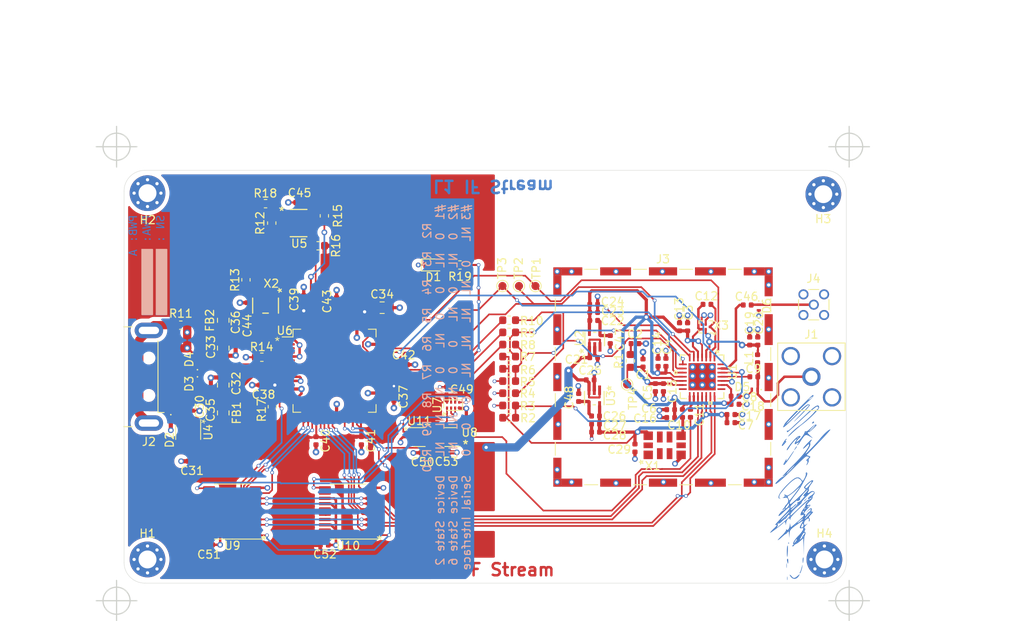
<source format=kicad_pcb>
(kicad_pcb (version 20221018) (generator pcbnew)
  (title_block (title "L1IFStream") (date "2023-06-12") (rev "${PWB_VER}") (comment 1 "creativecommons.org/licenses/by/4.0/") (comment 2 "License: CC BY 4.0") (comment 3 "Maxim 2769 To FT2232H USB Converter (L1 IF Stream)") (comment 4 "Author: W. Kyle Gilbertson"))
  (layers (0 "F.Cu" mixed) (1 "In1.Cu" power "In1.GND.Cu") (2 "In2.Cu" power "In2.GND.Cu") (31 "B.Cu" mixed) (35 "F.Paste" user) (36 "B.SilkS" user "B.Silkscreen") (37 "F.SilkS" user "F.Silkscreen") (38 "B.Mask" user) (39 "F.Mask" user) (44 "Edge.Cuts" user))
  (property "PWB_VER" "A")
  (property "SCH_VER" "1")
  (net 0 "")
  (net 1 "Net-(U1-CPOUT)")
  (net 2 "/LNA2")
  (net 3 "Net-(U1-XTAL)")
  (net 4 "GND")
  (net 5 "Net-(U1-CLKOUT)")
  (net 6 "Net-(C2-Pad1)")
  (net 7 "/Antenna-In")
  (net 8 "Net-(U2-NR{slash}FB)")
  (net 9 "Net-(U3-NR{slash}FB)")
  (net 10 "/LD")
  (net 11 "/~{SHDN}")
  (net 12 "/SDATA")
  (net 13 "/SCLK")
  (net 14 "/~{CS}")
  (net 15 "/Q1")
  (net 16 "/I0")
  (net 17 "/I1")
  (net 18 "Net-(U6-VPLL)")
  (net 19 "/ANTFLAG")
  (net 20 "Net-(U6-VPHY)")
  (net 21 "+3V3")
  (net 22 "/MIXIN")
  (net 23 "/2V85A")
  (net 24 "/2V85D")
  (net 25 "/CLKOUT")
  (net 26 "Net-(D1-A)")
  (net 27 "Net-(J2-Shield)")
  (net 28 "/~{IDLE}")
  (net 29 "Net-(U5-DO)")
  (net 30 "Net-(U5-DI)")
  (net 31 "Net-(X2-OE{slash}NC)")
  (net 32 "Net-(U6-REF)")
  (net 33 "Net-(U5-CS)")
  (net 34 "Net-(U5-CLK)")
  (net 35 "Net-(U6-~{RESET})")
  (net 36 "Net-(U6-BDBUS2)")
  (net 47 "+1V8")
  (net 57 "Net-(U6-OSCI)")
  (net 58 "/D+")
  (net 59 "/D-")
  (net 60 "/DO")
  (net 61 "/SK")
  (net 62 "unconnected-(U9-Q7-Pad19)")
  (net 63 "/~{SPICS}")
  (net 64 "/D0")
  (net 65 "/D1")
  (net 66 "/D2")
  (net 67 "/D3")
  (net 68 "/D4")
  (net 69 "/D5")
  (net 70 "/D6")
  (net 71 "/D7")
  (net 72 "/~{TXE}")
  (net 73 "/CLKIN")
  (net 74 "/~{CLKOUT}")
  (net 75 "/~{CLKOUT2}")
  (net 76 "/CLKOUT2")
  (net 81 "unconnected-(U10-Q6-Pad16)")
  (net 84 "Net-(U11A-1Y)")
  (net 86 "/ANTBIAS")
  (net 87 "/LNA1")
  (net 88 "Net-(D2-K)")
  (net 89 "Net-(X1-CLK)")
  (net 98 "Net-(D6-K)")
  (net 99 "/PGM")
  (net 100 "/LNAOUT")
  (net 101 "/Q0")
  (footprint "L1IFStream:C_0805_2012Metric" (layer "F.Cu") (at 121.59 89.662)
    (fp_text reference "C34")
    (fp_text value "3.3 uF")
  )
  (footprint "L1IFStream:C_0402_1005Metric" (layer "F.Cu") (at 106.985 99.187 180)
    (fp_text reference "C38")
    (fp_text value "100 nF")
  )
  (footprint "L1IFStream:C_0402_1005Metric" (layer "F.Cu") (at 111.938 88.646 90)
    (fp_text reference "C39")
    (fp_text value "100 nF")
  )
  (footprint "L1IFStream:R_0603_1608Metric" (layer "F.Cu") (at 113.716 82.042)
    (fp_text reference "R16")
    (fp_text value "10k")
  )
  (footprint "L1IFStream:R_0603_1608Metric" (layer "F.Cu") (at 114.478 78.359 90)
    (fp_text reference "R15")
    (fp_text value "10k")
  )
  (footprint "L1IFStream:R_0603_1608Metric" (layer "F.Cu") (at 108.001 79.248 90)
    (fp_text reference "R12")
    (fp_text value "2.2k")
  )
  (footprint "L1IFStream:C_0402_1005Metric" (layer "F.Cu") (at 104.953 89.535 -90)
    (fp_text reference "C44")
    (fp_text value "100 nF")
  )
  (footprint "L1IFStream:C_0402_1005Metric" (layer "F.Cu") (at 111.43 76.708)
    (fp_text reference "C45")
    (fp_text value "100 nF")
  )
  (footprint "L1IFStream:R_0603_1608Metric" (layer "F.Cu") (at 104.826 86.233 -90)
    (fp_text reference "R13")
    (fp_text value "1k")
  )
  (footprint "L1IFStream:C_0402_1005Metric" (layer "F.Cu") (at 115.985 88.891 90)
    (fp_text reference "C43")
    (fp_text value "100 nF")
  )
  (footprint "L1IFStream:C_0402_1005Metric" (layer "F.Cu") (at 124.24 96.672)
    (fp_text reference "C42")
    (fp_text value "100 nF")
  )
  (footprint "L1IFStream:C_0402_1005Metric" (layer "F.Cu") (at 113.445 106.036 -90)
    (fp_text reference "C40")
    (fp_text value "100 nF")
  )
  (footprint "L1IFStream:C_0402_1005Metric" (layer "F.Cu") (at 119.033 106.036 -90)
    (fp_text reference "C41")
    (fp_text value "100 nF")
  )
  (footprint "L1IFStream:SMA_Amphenol_132203-12_Horizontal" (layer "F.Cu") (at 174.422 98.162 -90)
    (fp_text reference "J1")
    (fp_text value "Conn_Coaxial")
  )
  (footprint "L1IFStream:R_0603_1608Metric" (layer "F.Cu") (at 108.077 101.854 -90)
    (fp_text reference "R17")
    (fp_text value "1k")
  )
  (footprint "L1IFStream:C_0402_1005Metric" (layer "F.Cu") (at 98.194 108.5596 180)
    (fp_text reference "C31")
    (fp_text value "1.0 uF")
  )
  (footprint "L1IFStream:TSOT-23-5" (layer "F.Cu") (at 97.7392 105.0036 -90)
    (fp_text reference "U4")
    (fp_text value "NCP164CSN330T1G")
  )
  (footprint "L1IFStream:LQFP-64_10x10mm_P0.5mm" (layer "F.Cu") (at 115.731 97.422)
    (fp_text reference "U6")
    (fp_text value "FT2232H-Interface_USB")
  )
  (footprint "L1IFStream:93LC66BT-I&slash_OT" (layer "F.Cu") (at 111.303 79.248)
    (fp_text reference "U5")
    (fp_text value "93LC66BT-I_OT")
  )
  (footprint "L1IFStream:R_0603_1608Metric" (layer "F.Cu") (at 106.782 95.758 180)
    (fp_text reference "R14")
    (fp_text value "12k")
  )
  (footprint "L1IFStream:R_0603_1608Metric" (layer "F.Cu") (at 96.8078 91.812)
    (fp_text reference "R11")
    (fp_text value "0")
  )
  (footprint "L1IFStream:C_0402_1005Metric" (layer "F.Cu") (at 123.038 100.635 -90)
    (fp_text reference "C37")
    (fp_text value "100 nF")
  )
  (footprint "L1IFStream:C_0805_2012Metric" (layer "F.Cu") (at 102.032 102.616 -90)
    (fp_text reference "FB1")
    (fp_text value "Ferrite_Bead")
  )
  (footprint "L1IFStream:C_0805_2012Metric" (layer "F.Cu") (at 102.032 99.187 90)
    (fp_text reference "C32")
    (fp_text value "4.7 uF")
  )
  (footprint "L1IFStream:C_0402_1005Metric" (layer "F.Cu") (at 100.508 99.949 90)
    (fp_text reference "C35")
    (fp_text value "100 nF")
  )
  (footprint "L1IFStream:SIT2024BA-S8-33E-12.000000E" (layer "F.Cu") (at 107.239 89.408 -90)
    (fp_text reference "X2")
    (fp_text value "SIT2024BA-S8-33E-12.00000E")
  )
  (footprint "L1IFStream:R_0603_1608Metric" (layer "F.Cu") (at 107.239 76.8604 180)
    (fp_text reference "R18")
    (fp_text value "10k")
  )
  (footprint "L1IFStream:C_0805_2012Metric" (layer "F.Cu") (at 102.032 91.2114 90)
    (fp_text reference "FB2")
    (fp_text value "Ferrite_Bead")
  )
  (footprint "L1IFStream:C_0805_2012Metric" (layer "F.Cu") (at 102.032 94.6404 -90)
    (fp_text reference "C33")
    (fp_text value "4.7 uF")
  )
  (footprint "L1IFStream:MMCX_Molex_73415-1471_Vertical" (layer "F.Cu") (at 174.714 89.2937)
    (fp_text reference "J4")
    (fp_text value "Conn_Coaxial")
  )
  (footprint "L1IFStream:Laird_Technologies_BMI-S-103_26.21x26.21mm" (layer "F.Cu") (at 156.159 98.1964)
    (fp_text reference "J3")
    (fp_text value "RF_Shield_One_Piece")
  )
  (footprint "L1IFStream:C_0402_1005Metric" (layer "F.Cu") (at 147.193 98.552)
    (fp_text reference "C25")
    (fp_text value "1.0 uF")
  )
  (footprint "L1IFStream:TPS717285DCKR" (layer "F.Cu") (at 147.752 93.523 90)
    (fp_text reference "U2")
    (fp_text value "TPS717285DCKR")
  )
  (footprint "L1IFStream:MAX2769ETI&plus_T" (layer "F.Cu") (at 160.968 98.162 -90)
    (fp_text reference "U1")
    (fp_text value "MAX2769ETI+T" hide)
  )
  (footprint "L1IFStream:C_0402_1005Metric" (layer "F.Cu") (at 147.625 91.237)
    (fp_text reference "C22")
    (fp_text value "NL")
  )
  (footprint "L1IFStream:C_0402_1005Metric" (layer "F.Cu") (at 147.625 95.809)
    (fp_text reference "C21")
    (fp_text value "1.0 uF")
  )
  (footprint "L1IFStream:C_0402_1005Metric" (layer "F.Cu") (at 147.625 89.256)
    (fp_text reference "C24")
    (fp_text value "1.0 uF")
  )
  (footprint "L1IFStream:C_0402_1005Metric" (layer "F.Cu") (at 147.853 104.978 180)
    (fp_text reference "C28")
    (fp_text value "1.0 uF")
  )
  (footprint "L1IFStream:L_0402_1005Metric" (layer "F.Cu") (at 167.792 95.9358 -90)
    (fp_text reference "L1")
    (fp_text value "33 nH")
  )
  (footprint "L1IFStream:C_0402_1005Metric" (layer "F.Cu") (at 147.625 90.246)
    (fp_text reference "C23")
    (fp_text value "100 nF")
  )
  (footprint "L1IFStream:C_0402_1005Metric" (layer "F.Cu") (at 167.818 93.7768 90)
    (fp_text reference "C20")
    (fp_text value "100 nF")
  )
  (footprint "L1IFStream:C_0402_1005Metric" (layer "F.Cu") (at 147.853 103.988 180)
    (fp_text reference "C27")
    (fp_text value "100 nF")
  )
  (footprint "L1IFStream:C_0402_1005Metric" (layer "F.Cu") (at 147.853 102.997 180)
    (fp_text reference "C26")
    (fp_text value "NL")
  )
  (footprint "L1IFStream:R_0603_1608Metric" (layer "F.Cu") (at 137.226 97.188 180)
    (fp_text reference "R6")
    (fp_text value "NL")
  )
  (footprint "L1IFStream:R_0603_1608Metric" (layer "F.Cu") (at 137.221 94.2014 180)
    (fp_text reference "R8")
    (fp_text value "NL")
  )
  (footprint "L1IFStream:TestPoint_Pad_D1.0mm" (layer "F.Cu") (at 138.43 86.995 90)
    (fp_text reference "TP2")
    (fp_text value "TestPoint")
  )
  (footprint "L1IFStream:TestPoint_Pad_D1.0mm" (layer "F.Cu") (at 140.462 86.995 90)
    (fp_text reference "TP1")
    (fp_text value "TestPoint")
  )
  (footprint "L1IFStream:R_0603_1608Metric" (layer "F.Cu") (at 137.221 92.7024 180)
    (fp_text reference "R9")
    (fp_text value "NL")
  )
  (footprint "L1IFStream:R_0603_1608Metric" (layer "F.Cu") (at 137.221 95.6765 180)
    (fp_text reference "R7")
    (fp_text value "0")
  )
  (footprint "L1IFStream:R_0603_1608Metric" (layer "F.Cu") (at 137.221 91.2038 180)
    (fp_text reference "R10")
    (fp_text value "NL")
  )
  (footprint "L1IFStream:C_0402_1005Metric" (layer "F.Cu") (at 159.537 102.667 90)
    (fp_text reference "C11")
    (fp_text value "10 nF")
  )
  (footprint "L1IFStream:C_0402_1005Metric" (layer "F.Cu") (at 158.191 92.0242 90)
    (fp_text reference "C13")
    (fp_text value "100 pF")
  )
  (footprint "L1IFStream:C_0402_1005Metric" (layer "F.Cu") (at 167.335 98.171 180)
    (fp_text reference "C9")
    (fp_text value "470 pF")
  )
  (footprint "L1IFStream:C_0402_1005Metric" (layer "F.Cu") (at 159.182 92.0242 90)
    (fp_text reference "C3")
    (fp_text value "100 nF")
  )
  (footprint "L1IFStream:C_0402_1005Metric" (layer "F.Cu") (at 166.827 93.7768 90)
    (fp_text reference "C19")
    (fp_text value "100 pF")
  )
  (footprint "L1IFStream:MountingHole_2.2mm_M2_Pad_Via" (layer "F.Cu") (at 92.71 120.65)
    (fp_text reference "H1")
    (fp_text value "MountingHole_Pad")
  )
  (footprint "L1IFStream:MountingHole_2.2mm_M2_Pad_Via" (layer "F.Cu") (at 92.71 75.565)
    (fp_text reference "H2")
    (fp_text value "MountingHole_Pad")
  )
  (footprint "L1IFStream:MountingHole_2.2mm_M2_Pad_Via" (layer "F.Cu") (at 175.895 75.692)
    (fp_text reference "H3")
    (fp_text value "MountingHole_Pad")
  )
  (footprint "L1IFStream:MountingHole_2.2mm_M2_Pad_Via" (layer "F.Cu") (at 176.022 120.65)
    (fp_text reference "H4")
    (fp_text value "MountingHole_Pad")
  )
  (footprint "L1IFStream:TestPoint_Pad_D1.0mm" (layer "F.Cu") (at 136.398 86.995 90)
    (fp_text reference "TP3")
    (fp_text value "TestPoint")
  )
  (footprint "L1IFStream:C_0402_1005Metric" (layer "F.Cu") (at 149.664 93.5838 -90)
    (fp_text reference "C47")
    (fp_text value "10 nF")
  )
  (footprint "L1IFStream:C_0402_1005Metric" (layer "F.Cu") (at 145.783 100.724 90)
    (fp_text reference "C48")
    (fp_text value "10 nF")
  )
  (footprint "L1IFStream:C_0402_1005Metric" (layer "F.Cu") (at 126.8476 107.5182)
    (fp_text reference "C50")
    (fp_text value "100 nF")
  )
  (footprint "L1IFStream:R_0603_1608Metric" (layer "F.Cu") (at 137.221 98.6968)
    (fp_text reference "R5")
    (fp_text value "0")
  )
  (footprint "L1IFStream:R_0603_1608Metric" (layer "F.Cu") (at 137.22 100.188)
    (fp_text reference "R4")
    (fp_text value "0")
  )
  (footprint "L1IFStream:C_0402_1005Metric" (layer "F.Cu") (at 114.4778 118.8724)
    (fp_text reference "C52")
    (fp_text value "100 nF")
  )
  (footprint "L1IFStream:C_0402_1005Metric" (layer "F.Cu") (at 129.54 99.8982 -90)
    (fp_text reference "C49")
    (fp_text value "100 nF")
  )
  (footprint "L1IFStream:C_0402_1005Metric" (layer "F.Cu") (at 100.228 118.8462)
    (fp_text reference "C51")
    (fp_text value "100 nF")
  )
  (footprint "L1IFStream:USB_A_CNCTech_1001-011-01101_Horizontal" (layer "F.Cu") (at 85.979 98.162 180)
    (fp_text reference "J2")
    (fp_text value "USB_A")
  )
  (footprint "L1IFStream:C_0402_1005Metric" (layer "F.Cu") (at 103.556 93.8784 -90)
    (fp_text reference "C36")
    (fp_text value "100 nF")
  )
  (footprint "L1IFStream:C_0402_1005Metric" (layer "F.Cu") (at 129.337 107.467 180)
    (fp_text reference "C53")
    (fp_text value "100 nF")
  )
  (footprint "L1IFStream:SOT-833-1" (layer "F.Cu") (at 130.073 101.651 90)
    (fp_text reference "U7")
    (fp_text value "74LVC1G74")
  )
  (footprint "L1IFStream:TSSOP-20_4.4x6.5mm_P0.65mm" (layer "F.Cu") (at 103.149 114.7572 180)
    (fp_text reference "U9")
    (fp_text value "74LVC374")
  )
  (footprint "L1IFStream:SOT-363_SC-70-6" (layer "F.Cu") (at 126.1872 105.5878)
    (fp_text reference "U11")
    (fp_text value "74HC2GU04")
  )
  (footprint "L1IFStream:Texas_DPY0002A_0.6x1mm_P0.65mm" (layer "F.Cu") (at 167.4368 99.7458 180)
    (fp_text reference "D5")
    (fp_text value "TPD1E01B04\n")
  )
  (footprint "L1IFStream:TSSOP-20_4.4x6.5mm_P0.65mm" (layer "F.Cu") (at 117.3988 114.7574 180)
    (fp_text reference "U10")
    (fp_text value "74LVC374")
  )
  (footprint "L1IFStream:LED_0603_1608Metric" (layer "F.Cu") (at 127.889 84.4042)
    (fp_text reference "D1")
    (fp_text value "LED")
  )
  (footprint "L1IFStream:C_0402_1005Metric" (layer "F.Cu") (at 157.099 102.21 180)
    (fp_text reference "C6")
    (fp_text value "100 nF")
  )
  (footprint "L1IFStream:C_0402_1005Metric" (layer "F.Cu") (at 156.515 96.393 90)
    (fp_text reference "C4")
    (fp_text value "100 nF")
  )
  (footprint "L1IFStream:C_0402_1005Metric" (layer "F.Cu") (at 153.6954 96.4716 90)
    (fp_text reference "C1")
    (fp_text value "27 pF")
  )
  (footprint "L1IFStream:C_0402_1005Metric" (layer "F.Cu") (at 161.5694 89.2556 180)
    (fp_text reference "C12")
    (fp_text value "NL")
  )
  (footprint "L1IFStream:10L_CQFN" (layer "F.Cu") (at 156.3624 106.6038 90)
    (fp_text reference "X1")
    (fp_text value "SIT5156")
  )
  (footprint "L1IFStream:QPQ1060_1.4x1.2" (layer "F.Cu") (at 161.417 92.0242 180)
    (fp_text reference "X3")
    (fp_text value "QPQ1060")
  )
  (footprint "L1IFStream:C_0402_1005Metric" (layer "F.Cu") (at 165.024 101.549 180)
    (fp_text reference "C18")
    (fp_text value "100 pF")
  )
  (footprint "L1IFStream:C_0402_1005Metric" (layer "F.Cu") (at 157.102 103.188 180)
    (fp_text reference "C16")
    (fp_text value "100 pF")
  )
  (footprint "L1IFStream:C_0402_1005Metric" (layer "F.Cu") (at 166.5224 89.3318 180)
    (fp_text reference "C46")
    (fp_text value "470 pF")
  )
  (footprint "L1IFStream:C_0402_1005Metric" (layer "F.Cu") (at 164.516 102.819 180)
    (fp_text reference "C17")
    (fp_text value "100 pF")
  )
  (footprint "L1IFStream:Signature-Kyle" (layer "F.Cu") (at 174.0916 109.474 90)
    (fp_text reference "G***" hide)
    (fp_text value "LOGO" hide)
  )
  (footprint "L1IFStream:DPY-PX1SON_1.0mmx0.6mm" (layer "F.Cu") (at 98.8568 96.2096 90)
    (fp_text reference "D4")
    (fp_text value "ESD321")
  )
  (footprint "L1IFStream:R_0603_1608Metric" (layer "F.Cu") (at 131.1656 84.4042 180)
    (fp_text reference "R19")
    (fp_text value "330")
  )
  (footprint "L1IFStream:C_0402_1005Metric" (layer "F.Cu") (at 97.9678 101.8516 -90)
    (fp_text reference "C30")
    (fp_text value "1.0 uF")
  )
  (footprint "L1IFStream:C_0402_1005Metric" (layer "F.Cu") (at 156.21 99.4918 -90)
    (fp_text reference "C15")
    (fp_text value "100 pF")
  )
  (footprint "L1IFStream:TestPoint_Pad_D1.0mm" (layer "F.Cu") (at 151.7396 99.1108 -90)
    (fp_text reference "TP4")
    (fp_text value "TestPoint")
  )
  (footprint "L1IFStream:R_0603_1608Metric" (layer "F.Cu") (at 152.146 96.2152 90)
    (fp_text reference "R1")
    (fp_text value "20k")
  )
  (footprint "L1IFStream:Texas_DPY0002A_0.6x1mm_P0.65mm" (layer "F.Cu") (at 167.9448 89.6366 -90)
    (fp_text reference "D6")
    (fp_text value "TPD1E01B04\n")
  )
  (footprint "L1IFStream:C_0402_1005Metric" (layer "F.Cu") (at 164.516 103.81 180)
    (fp_text reference "C7")
    (fp_text value "100 nF")
  )
  (footprint "L1IFStream:R_0603_1608Metric" (layer "F.Cu") (at 137.221 103.208)
    (fp_text reference "R2")
    (fp_text value "0")
  )
  (footprint "L1IFStream:C_0402_1005Metric" (layer "F.Cu") (at 152.705 94.0816)
    (fp_text reference "C2")
    (fp_text value "470 pF")
  )
  (footprint "L1IFStream:C_0402_1005Metric" (layer "F.Cu") (at 155.55 96.393 90)
    (fp_text reference "C14")
    (fp_text value "100 pF")
  )
  (footprint "L1IFStream:DPY-PX1SON_1.0mmx0.6mm" (layer "F.Cu") (at 98.8568 99.2632 -90)
    (fp_text reference "D3")
    (fp_text value "ESD321")
  )
  (footprint "L1IFStream:R_0603_1608Metric" (layer "F.Cu") (at 137.22 101.699)
    (fp_text reference "R3")
    (fp_text value "NL")
  )
  (footprint "L1IFStream:C_0402_1005Metric" (layer "F.Cu") (at 165.024 100.559 180)
    (fp_text reference "C8")
    (fp_text value "100 nF")
  )
  (footprint "L1IFStream:C_0402_1005Metric" (layer "F.Cu") (at 152.7048 106.934 -90)
    (fp_text reference "C29")
    (fp_text value "100 nF")
  )
  (footprint "L1IFStream:Texas_DPY0002A_0.6x1mm_P0.65mm" (layer "F.Cu") (at 95.5802 103.632 -90)
    (fp_text reference "D2")
    (fp_text value "TPD1E10B06")
  )
  (footprint "L1IFStream:C_0402_1005Metric" (layer "F.Cu") (at 158.5468 102.6692 90)
    (fp_text reference "C10")
    (fp_text value "10 nF")
  )
  (footprint "L1IFStream:TPS717285DCKR" (layer "F.Cu") (at 147.701 100.7872 -90)
    (fp_text reference "U3")
    (fp_text value "TPS717285DCKR" hide)
  )
  (footprint "L1IFStream:SOT-353_SC-70-5" (layer "F.Cu") (at 129.9972 105.5878 180)
    (fp_text reference "U8")
    (fp_text value "74LVC1G04")
  )
  (footprint "L1IFStream:C_0402_1005Metric" (layer "F.Cu") (at 155.2194 99.4918 -90)
    (fp_text reference "C5")
    (fp_text value "100 nF")
  )
  (gr_rect (start 155.8544 51.8922) (end 155.8544 51.8922) (stroke (width 0.2)) (fill none) (layer "F.Cu"))
  (gr_rect (start 93.8022 82.5) (end 95.0722 90.5) (stroke (width 0.15)) (fill solid) (layer "B.SilkS"))
  (gr_rect (start 92.0242 82.5) (end 93.3196 90.5) (stroke (width 0.15)) (fill solid) (layer "B.SilkS"))
  (gr_arc (start 89.8228 75.302) (mid 90.566749 73.505949) (end 92.3628 72.762) (stroke (width 0.05)) (layer "Edge.Cuts"))
  (gr_arc (start 92.3628 123.562) (mid 90.566749 122.818051) (end 89.8228 121.022) (stroke (width 0.05)) (layer "Edge.Cuts"))
  (gr_line (start 176.1828 72.762) (end 92.3628 72.762) (stroke (width 0.05)) (layer "Edge.Cuts"))
  (gr_arc (start 176.1828 72.762) (mid 177.978851 73.505949) (end 178.7228 75.302) (stroke (width 0.05)) (layer "Edge.Cuts"))
  (gr_line (start 178.7228 121.022) (end 178.7228 75.302) (stroke (width 0.05)) (layer "Edge.Cuts"))
  (gr_line (start 89.8228 75.302) (end 89.8228 121.022) (stroke (width 0.05)) (layer "Edge.Cuts"))
  (gr_line (start 92.3628 123.562) (end 176.1828 123.562) (stroke (width 0.05)) (layer "Edge.Cuts"))
  (gr_arc (start 178.7228 121.022) (mid 177.978851 122.818051) (end 176.1828 123.562) (stroke (width 0.05)) (layer "Edge.Cuts"))
  (gr_text "L1 IF Stream" (at 135.382 121.92) (layer "F.Cu") (effects (font (size 1.5 1.5) (thickness 0.3))))
  (gr_text "L1 IF Stream" (at 135.2804 74.7268 180) (layer "B.Cu") (effects (font (size 1.5 1.5) (thickness 0.3)) (justify mirror)))
  (gr_text "PWB: ${PWB_VER}\nPWA:          ]\nSN :          ]" (at 94.9452 78.2701 90) (layer "B.Cu") (effects (font (size 1 1)) (justify left bottom mirror)))
  (gr_text "   R2  R3  R4  R5  R6  R7  R8  R9  R10\n#1  0  NL   0   0  NL   0  NL  NL  NL   Device State 2\n#2  0  NL   0  NL   0   0  NL  NL  NL   Device State 6\n#3 NL   0  NL  NL  NL  NL   0   0   0   Serial Interface" (at 129.54 76.835 90) (layer "B.SilkS") (effects (font (size 1 1)) (justify left mirror)))
  (target plus (at 179.07 69.85) (size 5) (width 0.15) (layer "Edge.Cuts"))
  (target plus (at 88.9 69.85) (size 5) (width 0.15) (layer "Edge.Cuts"))
  (target plus (at 88.9 125.73) (size 5) (width 0.15) (layer "Edge.Cuts"))
  (target plus (at 179.07 125.73) (size 5) (width 0.15) (layer "Edge.Cuts"))
  (segment (start 153.695 97.2516) (end 154.762 98.3178) (width 0.254) (layer "F.Cu") (net 1))
  (segment (start 153.695 96.9566) (end 153.695 97.2516) (width 0.254) (layer "F.Cu") (net 1))
  (segment (start 151.765 97.3839) (end 152.197 96.9519) (width 0.2032) (layer "F.Cu") (net 1))
  (segment (start 151.765 99.06) (end 151.765 97.3839) (width 0.2032) (layer "F.Cu") (net 1))
  (segment (start 158.593 98.67) (end 158.5931 98.67) (width 0.2032) (layer "F.Cu") (net 1))
  (segment (start 153.691 96.9519) (end 153.695 96.9566) (width 0.25) (layer "F.Cu") (net 1))
  (segment (start 158.593 98.67) (end 157.514 98.67) (width 0.2032) (layer "F.Cu") (net 1))
  (segment (start 157.162 98.3178) (end 157.514 98.67) (width 0.254) (layer "F.Cu") (net 1))
  (segment (start 154.762 98.3178) (end 157.162 98.3178) (width 0.254) (layer "F.Cu") (net 1))
  (segment (start 152.197 96.9519) (end 153.691 96.9519) (width 0.25) (layer "F.Cu") (net 1))
  (segment (start 166.841 98.162) (end 166.85 98.171) (width 0.2032) (layer "F.Cu") (net 2))
  (segment (start 163.343 98.162) (end 166.841 98.162) (width 0.2032) (layer "F.Cu") (net 2))
  (segment (start 163.343 98.162) (end 163.3429 98.162) (width 0.2032) (layer "F.Cu") (net 2))
  (segment (start 159.444 100.537) (end 159.444 100.5369) (width 0.2032) (layer "F.Cu") (net 3))
  (segment (start 159.143 101.575) (end 158.859 101.575) (width 0.254) (layer "F.Cu") (net 3))
  (segment (start 158.859 101.575) (end 158.547 101.887) (width 0.254) (layer "F.Cu") (net 3))
  (segment (start 159.444 100.537) (end 159.444 101.274) (width 0.254) (layer "F.Cu") (net 3))
  (segment (start 158.547 101.887) (end 158.547 102.182) (width 0.254) (layer "F.Cu") (net 3))
  (segment (start 159.444 101.274) (end 159.143 101.575) (width 0.254) (layer "F.Cu") (net 3))
  (segment (start 115.8752 118.8724) (end 115.9002 118.8974) (width 0.3048) (layer "F.Cu") (net 4))
  (segment (start 167.379 85.21) (end 167.379 85.1914) (width 0.2032) (layer "F.Cu") (net 4))
  (segment (start 147.368 103.988) (end 147.368 104.978) (width 0.4) (layer "F.Cu") (net 4))
  (segment (start 97.5953 94.6319) (end 97.5953 94.6573) (width 1.016) (layer "F.Cu") (net 4))
  (segment (start 136.431 100.189) (end 136.432 100.188) (width 0.2032) (layer "F.Cu") (net 4))
  (segment (start 102.032 95.5779) (end 103.507 95.5779) (width 0.508) (layer "F.Cu") (net 4))
  (segment (start 143.154 85.192) (end 143.154 85.1914) (width 0.2032) (layer "F.Cu") (net 4))
  (segment (start 101.245 113.1322) (end 101.6508 113.538) (width 0.3048) (layer "F.Cu") (net 4))
  (segment (start 135.42 100.188) (end 135.415 100.193) (width 0.2032) (layer "F.Cu") (net 4))
  (segment (start 123.8504 106.2482) (end 123.8504 105.881621) (width 0.3048) (layer "F.Cu") (net 4))
  (segment (start 143.172 104.013) (end 143.154 104.031) (width 0.2032) (layer "F.Cu") (net 4))
  (segment (start 111.4298 94.269586) (end 111.4298 95.6818) (width 0.3048) (layer "F.Cu") (net 4))
  (segment (start 161.994 111.2014) (end 161.994 111.202) (width 0.2032) (layer "F.Cu") (net 4))
  (segment (start 143.256 104.013) (end 143.172 104.013) (width 0.2032) (layer "F.Cu") (net 4))
  (segment (start 105.994 95.758) (end 105.9945 95.758) (width 0.2032) (layer "F.Cu") (net 4))
  (segment (start 103.507 95.5779) (end 103.556 95.5294) (width 0.508) (layer "F.Cu") (net 4))
  (segment (start 115.9002 115.9764) (end 115.9002 117.0088) (width 0.3048) (layer "F.Cu") (net 4))
  (segment (start 100.2865 113.7822) (end 101.024 113.7822) (width 0.3048) (layer "F.Cu") (net 4))
  (segment (start 136.4315 100.189) (end 136.432 100.188) (width 0.2032) (layer "F.Cu") (net 4))
  (segment (start 101.024 116.3822) (end 101.6508 117.009) (width 0.3048) (layer "F.Cu") (net 4))
  (segment (start 156.159 111.201) (end 156.159 111.2014) (width 0.2032) (layer "F.Cu") (net 4))
  (segment (start 161.417 91.186) (end 162.0012 90.6018) (width 0.254) (layer "F.Cu") (net 4))
  (segment (start 108.189 88.718) (end 107.774 89.133) (width 0.25) (layer "F.Cu") (net 4))
  (segment (start 129.822 107.467) (end 130.7842 107.467) (width 0.508) (layer "F.Cu") (net 4))
  (segment (start 154.051 94.0816) (end 154.013 94.1196) (width 0.2032) (layer "F.Cu") (net 4))
  (segment (start 145.783 100.239) (end 145.783 99.7892) (width 0.4) (layer "F.Cu") (net 4))
  (segment (start 144.907 111.125) (end 144.939 111.157) (width 0.2032) (layer "F.Cu") (net 4))
  (segment (start 97.5953 92.7015) (end 97.5953 94.6319) (width 1.016) (layer "F.Cu") (net 4))
  (segment (start 158.3874 108.1094) (end 158.3874 107.7788) (width 0.399999) (layer "F.Cu") (net 4))
  (segment (start 119.033 106.521) (end 119.033 106.816) (width 0.25) (layer "F.Cu") (net 4))
  (segment (start 131.953 104.648) (end 131.953 102.0572) (width 0.399999) (layer "F.Cu") (net 4))
  (segment (start 161.417 91.7367) (end 161.417 91.186) (width 0.254) (layer "F.Cu") (net 4))
  (segment (start 106.5 99.187) (end 105.588 99.187) (width 0.4) (layer "F.Cu") (net 4))
  (segment (start 143.154 111.201) (end 143.154 111.2014) (width 0.2032) (layer "F.Cu") (net 4))
  (segment (start 115.6562 115.7324) (end 115.9002 115.9764) (width 0.3048) (layer "F.Cu") (net 4))
  (segment (start 102.032 98.2495) (end 100.556 98.2495) (width 0.508) (layer "F.Cu") (net 4))
  (segment (start 166.827 93.2918) (end 166.827 92.329) (width 0.4) (layer "F.Cu") (net 4))
  (segment (start 131.1392 102.0572) (end 131.073 101.991) (width 0.399999) (layer "F.Cu") (net 4))
  (segment (start 104.953 89.05) (end 104.087 89.05) (width 0.4) (layer "F.Cu") (net 4))
  (segment (start 147.701 99.847) (end 147.701 98.575) (width 0.4) (layer "F.Cu") (net 4))
  (segment (start 156.21 111.125) (end 156.159 111.176) (width 0.2032) (layer "F.Cu") (net 4))
  (segment (start 101.6508 113.538) (end 101.6508 114.409) (width 0.3048) (layer "F.Cu") (net 4))
  (segment (start 126.3626 107.5182) (end 125.4506 107.5182) (width 0.399999) (layer "F.Cu") (net 4))
  (segment (start 161.994 111.201) (end 161.994 111.2014) (width 0.2032) (layer "F.Cu") (net 4))
  (segment (start 144.913 85.217) (end 144.939 85.1914) (width 0.2032) (layer "F.Cu") (net 4))
  (segment (start 169.164 104.013) (end 169.164 104.031) (width 0.2032) (layer "F.Cu") (net 4))
  (segment (start 108.189 88.158) (end 108.189 88.718) (width 0.25) (layer "F.Cu") (net 4))
  (segment (start 156.614 102.21) (end 155.778 102.21) (width 0.4) (layer "F.Cu") (net 4))
  (segment (start 150.324 111.208) (end 150.324 111.2014) (width 0.2032) (layer "F.Cu") (net 4))
  (segment (start 136.4315 100.189) (end 136.4325 100.188) (width 0.2032) (layer "F.Cu") (net 4))
  (segment (start 111.54 98.672) (end 111.562 98.6942) (width 0.3048) (layer "F.Cu") (net 4))
  (segment (start 111.658 100.235285) (end 111.658 99.6696) (width 0.3048) (layer "F.Cu") (net 4))
  (segment (start 136.429 100.191) (end 136.43 100.191) (width 0.2032) (layer "F.Cu") (net 4))
  (segment (start 121.406 100.172) (end 119.843 100.172) (width 0.4) (layer "F.Cu") (net 4))
  (segment (start 162.019 111.226) (end 162.02 111.226) (width 0.2032) (layer "F.Cu") (net 4))
  (segment (start 162.02 85.217) (end 161.994 85.1914) (width 0.2032) (layer "F.Cu") (net 4))
  (segment (start 98.8568 99.6132) (end 100.3588 99.6132) (width 0.350012) (layer "F.Cu") (net 4))
  (segment (start 110.056 95.672) (end 111.42 95.672) (width 0.3048) (layer "F.Cu") (net 4))
  (segment (start 114.9628 118.8724) (end 115.8752 118.8724) (width 0.3048) (layer "F.Cu") (net 4))
  (segment (start 103.556 94.3634) (end 103.556 95.5294) (width 0.508) (layer "F.Cu") (net 4))
  (segment (start 119.033 106.521) (end 119.033 106.816) (width 0.4) (layer "F.Cu") (net 4))
  (segment (start 95.5802 104.7496) (end 95.5802 103.99) (width 0.508) (layer "F.Cu") (net 4))
  (segment (start 136.43 100.19) (end 136.431 100.189) (width 0.2032) (layer "F.Cu") (net 4))
  (segment (start 100.2865 116.3822) (end 101.024 116.3822) (width 0.3048) (layer "F.Cu") (net 4))
  (segment (start 97.5953 94.6573) (end 97.5868 94.6658) (width 1.016) (layer "F.Cu") (net 4))
  (segment (start 169.164 98.298) (end 169.164 98.1964) (width 0.2032) (layer "F.Cu") (net 4))
  (segment (start 110.056 98.672) (end 111.54 98.672) (width 0.3048) (layer "F.Cu") (net 4))
  (segment (start 150.368 85.217) (end 150.35 85.217) (width 0.2032) (layer "F.Cu") (net 4))
  (segment (start 111.938 87.249) (end 111.938 87.122) (width 0.4) (layer "F.Cu") (net 4))
  (segment (start 115.981 103.097) (end 115.981 101.545) (width 0.4) (layer "F.Cu") (net 4))
  (segment (start 97.9678 102.339) (end 99.0878 102.339) (width 0.508) (layer "F.Cu") (net 4))
  (segment (start 101.6508 117.009) (end 101.6508 118.8466) (width 0.3048) (layer "F.Cu") (net 4))
  (segment (start 150.368 111.252) (end 150.324 111.208) (width 0.2032) (layer "F.Cu") (net 4))
  (segment (start 145.783 99.7892) (end 145.706 99.8662) (width 0.2032) (layer "F.Cu") (net 4))
  (segment (start 169.164 111.125) (end 169.164 111.201) (width 0.2032) (layer "F.Cu") (net 4))
  (segment (start 111.562 98.3005) (end 111.433 98.172) (width 0.3048) (layer "F.Cu") (net 4))
  (segment (start 136.429 100.191) (end 136.43 100.19) (width 0.2032) (layer "F.Cu") (net 4))
  (segment (start 130.7842 107.467) (end 130.7846 107.4674) (width 0.508) (layer "F.Cu") (net 4))
  (segment (start 143.129 92.329) (end 143.154 92.354) (width 0.2032) (layer "F.Cu") (net 4))
  (segment (start 100.2865 115.7322) (end 101.1526 115.7322) (width 0.3048) (layer "F.Cu") (net 4))
  (segment (start 99.0878 102.339) (end 99.1108 102.362) (width 0.508) (layer "F.Cu") (net 4))
  (segment (start 147.701 97.663) (end 147.701 98.529) (width 0.4) (layer "F.Cu") (net 4))
  (segment (start 145.783 99.3394) (end 145.732 99.2886) (width 0.4) (layer "F.Cu") (net 4))
  (segment (start 143.129 98.171) (end 143.154 98.196) (width 0.2032) (layer "F.Cu") (net 4))
  (segment (start 165.001 103.81) (end 165.887 103.81) (width 0.4) (layer "F.Cu") (net 4))
  (segment (start 110.993 77.076) (end 110.945 77.028) (width 0.25) (layer "F.Cu") (net 4))
  (segment (start 155.778 102.21) (end 155.702 102.286) (width 0.4) (layer "F.Cu") (net 4))
  (segment (start 159.182 91.5392) (end 159.182 90.6018) (width 0.4) (layer "F.Cu") (net 4))
  (segment (start 120.2613 111.8324) (end 121.7384 111.8324) (width 0.3048) (layer "F.Cu") (net 4))
  (segment (start 143.154 111.15) (end 143.154 111.201) (width 0.2032) (layer "F.Cu") (net 4))
  (segment (start 136.4325 101.7) (end 136.4325 101.699) (width 0.2032) (layer "F.Cu") (net 4))
  (segment (start 160.998 98.072) (end 160.968 98.102) (width 0.2032) (layer "F.Cu") (net 4))
  (segment (start 169.164 85.217) (end 169.164 85.1914) (width 0.2032) (layer "F.Cu") (net 4))
  (segment (start 97.709 108.5596) (end 96.8502 108.5596) (width 0.508) (layer "F.Cu") (net 4))
  (segment (start 162.045 111.252) (end 162.02 111.226) (width 0.2032) (layer "F.Cu") (net 4))
  (segment (start 110.0076 79.248) (end 110.582 79.248) (width 0.25) (layer "F.Cu") (net 4))
  (segment (start 129.822 105.548398) (end 130.483398 104.887) (width 0.399999) (layer "F.Cu") (net 4))
  (segment (start 143.154 109.576) (end 143.154 109.4164) (width 0.2032) (layer "F.Cu") (net 4))
  (segment (start 157.6324 108.8644) (end 158.3874 108.1094) (width 0.399999) (layer "F.Cu") (net 4))
  (segment (start 158.191 91.5392) (end 158.191 90.6018) (width 0.4) (layer "F.Cu") (net 4))
  (segment (start 125.4506 107.5182) (end 125.4252 107.5436) (width 0.399999) (layer "F.Cu") (net 4))
  (segment (start 135.445 98.6968) (end 135.42 98.7222) (width 0.2032) (layer "F.Cu") (net 4))
  (segment (start 153.695 95.9866) (end 153.695 95.123) (width 0.25) (layer "F.Cu") (net 4))
  (segment (start 107.4634 111.8322) (end 107.4674 111.8362) (width 0.3048) (layer "F.Cu") (net 4))
  (segment (start 148.11 95.809) (end 148.11 96.6192) (width 0.4) (layer "F.Cu") (net 4))
  (segment (start 165.887 103.81) (end 165.913 103.835) (width 0.4) (layer "F.Cu") (net 4))
  (segment (start 167.0868 99.9442) (end 166.472 100.559) (width 0.2032) (layer "F.Cu") (net 4))
  (segment (start 123.8504 105.881621) (end 124.144221 105.5878) (width 0.3048) (layer "F.Cu") (net 4))
  (segment (start 95.6628 94.662) (end 95.629 94.662) (width 0.2032) (layer "F.Cu") (net 4))
  (segment (start 162.052 111.252) (end 162.045 111.252) (width 0.2032) (layer "F.Cu") (net 4))
  (segment (start 127.1015 84.4042) (end 126.0348 84.4042) (width 0.254) (layer "F.Cu") (net 4))
  (segment (start 167.379 111.201) (end 167.379 111.2014) (width 0.2032) (layer "F.Cu") (net 4))
  (segment (start 143.154 92.354) (end 143.154 92.3614) (width 0.2032) (layer "F.Cu") (net 4))
  (segment (start 110.056 99.672) (end 111.656 99.672) (width 0.25) (layer "F.Cu") (net 4))
  (segment (start 105.994 95.758) (end 104.826 95.758) (width 0.25) (layer "F.Cu") (net 4))
  (segment (start 135.407 101.699) (end 135.374 101.732) (width 0.2032) (layer "F.Cu") (net 4))
  (segment (start 162.02 111.226) (end 161.994 111.201) (width 0.2032) (layer "F.Cu") (net 4))
  (segment (start 115.6724 113.1324) (end 115.9002 113.3602) (width 0.3048) (layer "F.Cu") (net 4))
  (segment (start 169.164 104.031) (end 169.164 104.0314) (width 0.2032) (layer "F.Cu") (net 4))
  (segment (start 156.133 85.217) (end 156.159 85.1914) (width 0.2032) (layer "F.Cu") (net 4))
  (segment (start 144.939 111.157) (end 144.939 111.201) (width 0.2032) (layer "F.Cu") (net 4))
  (segment (start 111.658 99.6696) (end 110.304 99.6696) (width 0.4) (layer "F.Cu") (net 4))
  (segment (start 100.2865 113.1322) (end 101.245 113.1322) (width 0.3048) (layer "F.Cu") (net 4))
  (segment (start 169.164 109.347) (end 169.164 109.416) (width 0.2032) (layer "F.Cu") (net 4))
  (segment (start 147.368 104.978) (end 147.368 105.801) (width 0.4) (layer "F.Cu") (net 4))
  (segment (start 156.21 99.9768) (end 156.21 100.914) (width 0.4) (layer "F.Cu") (net 4))
  (segment (start 97.5652 94.662) (end 97.5953 94.6319) (width 1.016) (layer "F.Cu") (net 4))
  (segment (start 165.509 100.559) (end 166.472 100.559) (width 0.2032) (layer "F.Cu") (net 4))
  (segment (start 158.3944 107.5568) (end 158.3944 108.1024) (width 0.399999) (layer "F.Cu") (net 4))
  (segment (start 110.033 76.708) (end 110.945 76.708) (width 0.25) (layer "F.Cu") (net 4))
  (segment (start 111.656 99.672) (end 111.658 99.6696) (width 0.25) (layer "F.Cu") (net 4))
  (segment (start 113.445 106.521) (end 113.445 107.433) (width 0.4) (layer "F.Cu") (net 4))
  (segment (start 156.515 94.9706) (end 156.489 94.9452) (width 0.4) (layer "F.Cu") (net 4))
  (segment (start 100.3588 99.6132) (end 100.508 99.464) (width 0.350012) (layer "F.Cu") (net 4))
  (segment (start 136.432 101.699) (end 135.407 101.699) (width 0.2032) (layer "F.Cu") (net 4))
  (segment (start 97.7392 102.5652) (end 97.7392 103.6936) (width 0.508) (layer "F.Cu") (net 4))
  (segment (start 167.379 111.132) (end 167.379 111.201) (width 0.2032) (layer "F.Cu") (net 4))
  (segment (start 150.35 85.217) (end 150.324 85.1914) (width 0.2032) (layer "F.Cu") (net 4))
  (segment (start 136.4335 98.6968) (end 135.445 98.6968) (width 0.2032) (layer "F.Cu") (net 4))
  (segment (start 136.432 101.7005) (end 136.432 101.699) (width 0.2032) (layer "F.Cu") (net 4))
  (segment (start 167.386 85.217) (end 167.379 85.21) (width 0.2032) (layer "F.Cu") (net 4))
  (segment (start 143.129 86.995) (end 143.135 86.995) (width 0.2032) (layer "F.Cu") (net 4))
  (segment (start 148.11 89.256) (end 148.11 88.267) (width 0.4) (layer "F.Cu") (net 4))
  (segment (start 97.5953 91.812) (end 97.5953 92.7015) (width 1.016) (layer "F.Cu") (net 4))
  (segment (start 95.629 94.662) (end 95.6628 94.662) (width 1.016) (layer "F.Cu") (net 4))
  (segment (start 101.6508 114.409) (end 101.6508 116.2304) (width 0.3048) (layer "F.Cu") (net 4))
  (segment (start 165.509 101.549) (end 166.472 101.549) (width 0.2032) (layer "F.Cu") (net 4))
  (segment (start 148.11 88.267) (end 148.107 88.265) (width 0.4) (layer "F.Cu") (net 4))
  (segment (start 147.701 98.529) (end 147.678 98.552) (width 0.4) (layer "F.Cu") (net 4))
  (segment (start 111.433 98.172) (end 110.056 98.172) (width 0.3048) (layer "F.Cu") (net 4))
  (segment (start 110.056 93.672) (end 110.832214 93.672) (width 0.3048) (layer "F.Cu") (net 4))
  (segment (start 111.938 87.249) (end 111.938 87.122) (width 0.25) (layer "F.Cu") (net 4))
  (segment (start 101.6508 116.2304) (end 101.6508 117.009) (width 0.3048) (layer "F.Cu") (net 4))
  (segment (start 111.938 88.161) (end 111.938 87.249) (width 0.4) (layer "F.Cu") (net 4))
  (segment (start 162.052 85.217) (end 162.02 85.217) (width 0.2032) (layer "F.Cu") (net 4))
  (segment (start 144.939 111.201) (end 144.939 111.2014) (width 0.2032) (layer "F.Cu") (net 4))
  (segment (start 145.706 99.8662) (end 145.706 100.263) (width 0.2032) (layer "F.Cu") (net 4))
  (segment (start 111.562 98.6942) (end 111.562 98.3005) (width 0.3048) (layer "F.Cu") (net 4))
  (segment (start 101.024 113.7822) (end 101.6508 114.409) (width 0.3048) (layer "F.Cu") (net 4))
  (segment (start 147.701 98.575) (end 147.678 98.552) (width 0.4) (layer "F.Cu") (net 4))
  (segment (start 161.417 92.3117) (end 161.417 92.8116) (width 0.254) (layer "F.Cu") (net 4))
  (segment (start 111.42 95.672) (end 111.4298 95.6818) (width 0.3048) (layer "F.Cu") (net 4))
  (segment (start 156.515 95.908) (end 156.515 94.9706) (width 0.4) (layer "F.Cu") (net 4))
  (segment (start 153.975 94.0816) (end 154.013 94.1196) (width 0.25) (layer "F.Cu") (net 4))
  (segment (start 100.556 98.2495) (end 100.508 98.298) (width 0.508) (layer "F.Cu") (net 4))
  (segment (start 167.386 111.125) (end 167.379 111.132) (width 0.2032) (layer "F.Cu") (net 4))
  (segment (start 156.083 85.217) (end 156.133 85.217) (width 0.2032) (layer "F.Cu") (net 4))
  (segment (start 114.5363 115.7324) (end 115.6562 115.7324) (width 0.3048) (layer "F.Cu") (net 4))
  (segment (start 129.54 99.4132) (end 128.682 99.4132) (width 0.2032) (layer "F.Cu") (net 4))
  (segment (start 136.432 100.188) (end 135.42 100.188) (width 0.2032) (layer "F.Cu") (net 4))
  (segment (start 136.431 100.19) (end 136.4315 100.189) (width 0.2032) (layer "F.Cu") (net 4))
  (segment (start 121.7384 111.8324) (end 121.7422 111.8362) (width 0.3048) (layer "F.Cu") (net 4))
  (segment (start 119.033 106.816) (end 119.033 107.433) (width 0.4) (layer "F.Cu") (net 4))
  (segment (start 147.368 105.801) (end 147.384 105.816) (width 0.4) (layer "F.Cu") (net 4))
  (segment (start 147.701 99.8478) (end 147.701 99.847) (width 0.4) (layer "F.Cu") (net 4))
  (segment (start 143.129 109.601) (end 143.154 109.576) (width 0.2032) (layer "F.Cu") (net 4))
  (segment (start 165.913 102.819) (end 165.938 102.794) (width 0.4) (layer "F.Cu") (net 4))
  (segment (start 167.9448 89.9866) (end 167.9448 90.678) (width 0.2032) (layer "F.Cu") (net 4))
  (segment (start 131.714 104.887) (end 131.953 104.648) (width 0.399999) (layer "F.Cu") (net 4))
  (segment (start 115.2738 113.7824) (end 115.9002 114.4088) (width 0.3048) (layer "F.Cu") (net 4))
  (segment (start 148.11 96.6192) (end 148.082 96.647) (width 0.4) (layer "F.Cu") (net 4))
  (segment (start 114.5363 116.3824) (end 115.2738 116.3824) (width 0.3048) (layer "F.Cu") (net 4))
  (segment (start 155.778 102.21) (end 155.677 102.21) (width 0.2032) (layer "F.Cu") (net 4))
  (segment (start 110.582 79.248) (end 110.993 78.8374) (width 0.25) (layer "F.Cu") (net 4))
  (segment (start 160.917 90.8732) (end 161.2138 90.5764) (width 0.254) (layer "F.Cu") (net 4))
  (segment (start 147.752 95.451) (end 148.11 95.809) (width 0.4) (layer "F.Cu") (net 4))
  (segment (start 149.664 94.0688) (end 149.664 95.0112) (width 0.4) (layer "F.Cu") (net 4))
  (segment (start 98.8568 95.8596) (end 98.823 95.8596) (width 0.350012) (layer "F.Cu") (net 4))
  (segment (start 161.417 92.8116) (end 161.7218 93.1164) (width 0.254) (layer "F.Cu") (net 4))
  (segment (start 111.221285 100.672) (end 111.658 100.235285) (width 0.3048) (layer "F.Cu") (net 4))
  (segment (start 110.993 78.8374) (end 110.993 77.076) (width 0.25) (layer "F.Cu") (net 4))
  (segment (start 143.129 85.217) (end 143.154 85.192) (width 0.2032) (layer "F.Cu") (net 4))
  (segment (start 118.481 93.3496) (end 118.477 93.3534) (width 0.4) (layer "F.Cu") (net 4))
  (segment (start 162.006 111.214) (end 162.019 111.226) (width 0.2032) (layer "F.Cu") (net 4))
  (segment (start 155.893 103.188) (end 155.727 103.022) (width 0.4) (layer "F.Cu") (net 4))
  (segment (start 147.752 94.4882) (end 147.752 95.451) (width 0.4) (layer "F.Cu") (net 4))
  (segment (start 131.953 102.0572) (end 131.1392 102.0572) (width 0.399999) (layer "F.Cu") (net 4))
  (segment (start 167.0868 99.7458) (end 167.0868 99.9442) (width 0.2032) (layer "F.Cu") (net 4))
  (segment (start 143.135 86.995) (end 143.154 86.9764) (width 0.2032) (layer "F.Cu") (net 4))
  (segment (start 165.001 102.819) (end 165.913 102.819) (width 0.4) (layer "F.Cu") (net 4))
  (segment (start 144.907 85.217) (end 144.913 85.217) (width 0.2032) (layer "F.Cu") (net 4))
  (segment (start 147.701 99.847) (end 147.701 99.8478) (width 0.2032) (layer "F.Cu") (net 4))
  (segment (start 115.9002 117.0088) (end 115.9002 118.8974) (width 0.3048) (layer "F.Cu") (net 4))
  (segment (start 169.164 92.329) (end 169.164 92.3614) (width 0.2032) (layer "F.Cu") (net 4))
  (segment (start 143.154 98.196) (end 143.154 98.1964) (width 0.2032) (layer "F.Cu") (net 4))
  (segment (start 125.2372 105.5878) (end 124.144221 105.5878) (width 0.3048) (layer "F.Cu") (net 4))
  (segment (start 136.43 100.191) (end 136.431 100.19) (width 0.2032) (layer "F.Cu") (net 4))
  (segment (start 97.9678 102.3366) (end 97.7392 102.5652) (width 0.508) (layer "F.Cu") (net 4))
  (segment (start 110.056 100.672) (end 111.221285 100.672) (width 0.3048) (layer "F.Cu") (net 4))
  (segment (start 147.419 104.978) (end 147.419 105.029) (width 0.4) (layer "F.Cu") (net 4))
  (segment (start 136.432 101.7005) (end 136.4325 101.7) (width 0.2032) (layer "F.Cu") (net 4))
  (segment (start 158.191 90.6018) (end 158.166 90.5764) (width 0.4) (layer "F.Cu") (net 4))
  (segment (start 107.774 89.133) (end 105.356 89.133) (width 0.25) (layer "F.Cu") (net 4))
  (segment (start 98.823 95.8596) (end 97.5953 94.6319) (width 0.350012) (layer "F.Cu") (net 4))
  (segment (start 115.2738 116.3824) (end 115.9002 117.0088) (width 0.3048) (layer "F.Cu") (net 4))
  (segment (start 156.159 111.176) (end 156.159 111.201) (width 0.2032) (layer "F.Cu") (net 4))
  (segment (start 115.985 88.406) (end 115.985 87.494) (width 0.4) (layer "F.Cu") (net 4))
  (segment (start 115.9002 113.3602) (end 115.9002 114.4088) (width 0.3048) (layer "F.Cu") (net 4))
  (segment (start 106.0115 111.8322) (end 107.4634 111.8322) (width 0.3048) (layer "F.Cu") (net 4))
  (segment (start 95.6628 94.662) (end 97.5652 94.662) (width 1.016) (layer "F.Cu") (net 4))
  (segment (start 143.154 104.031) (end 143.154 104.0314) (width 0.2032) (layer "F.Cu") (net 4))
  (segment (start 123.038 102.006) (end 123.038 101.93) (width 0.2032) (layer "F.Cu") (net 4))
  (segment (start 155.219 99.9768) (end 155.219 100.889) (width 0.4) (layer "F.Cu") (net 4))
  (segment (start 101.1526 115.7322) (end 101.6508 116.2304) (width 0.3048) (layer "F.Cu") (net 4))
  (segment (start 158.5906 107.7026) (end 158.5906 107.9062) (width 0.254) (layer "F.Cu") (net 4))
  (segment (start 115.981 101.545) (end 116.002 101.524) (width 0.4) (layer "F.Cu") (net 4))
  (segment (start 122.5275 89.662) (end 123.749 89.662) (width 0.4) (layer "F.Cu") (net 4))
  (segment (start 129.822 107.467) (end 129.822 105.548398) (width 0.399999) (layer "F.Cu") (net 4))
  (segment (start 110.945 77.028) (end 110.945 76.708) (width 0.25) (layer "F.Cu") (net 4))
  (segment (start 121.406 94.172) (end 119.877 94.172) (width 0.4) (layer "F.Cu") (net 4))
  (segment (start 148.11 90.246) (end 148.11 89.256) (width 0.4) (layer "F.Cu") (net 4))
  (segment (start 160.917 91.7367) (end 160.917 90.8732) (width 0.254) (layer "F.Cu") (net 4))
  (segment (start 149.664 95.0112) (end 149.672 95.0189) (width 0.4) (layer "F.Cu") (net 4))
  (segment (start 101.6504 118.8462) (end 101.6508 118.8466) (width 0.3048) (layer "F.Cu") (net 4))
  (segment (start 155.55 95.908) (end 155.55 94.9452) (width 0.4) (layer "F.Cu") (net 4))
  (segment (start 97.5868 94.6658) (end 97.583 94.662) (width 1.016) (layer "F.Cu") (net 4))
  (segment (start 115.9002 114.4088) (end 115.9002 115.9764) (width 0.3048) (layer "F.Cu") (net 4))
  (segment (start 119.877 94.172) (end 119.863 94.1578) (width 0.4) (layer "F.Cu") (net 4))
  (segment (start 169.164 111.201) (end 169.164 111.2014) (width 0.2032) (layer "F.Cu") (net 4))
  (segment (start 145.783 99.7892) (end 145.783 99.3394) (width 0.4) (layer "F.Cu") (net 4))
  (segment (start 152.7048 107.419) (end 152.7048 108.2802) (width 0.399999) (layer "F.Cu") (net 4))
  (segment (start 114.5363 113.7824) (end 115.2738 113.7824) (width 0.3048) (layer "F.Cu") (net 4))
  (segment (start 100.713 118.8462) (end 101.6504 118.8462) (width 0.3048) (layer "F.Cu") (net 4))
  (segment (start 167.818 93.2918) (end 167.818 92.3036) (width 0.4) (layer "F.Cu") (net 4))
  (segment (start 169.164 86.868) (end 169.164 86.9764) (width 0.2032) (layer "F.Cu") (net 4))
  (segment (start 169.164 109.416) (end 169.164 109.4164) (width 0.2032) (layer "F.Cu") (net 4))
  (segment (start 147.419 105.029) (end 147.368 104.978) (width 0.2032) (layer "F.Cu") (net 4))
  (segment (start 100.508 99.464) (end 100.508 98.298) (width 0.508) (layer "F.Cu") (net 4))
  (segment (start 143.129 111.125) (end 143.154 111.15) (width 0.2032) (layer "F.Cu") (net 4))
  (segment (start 156.617 103.188) (end 155.893 103.188) (width 0.4) (layer "F.Cu") (net 4))
  (segment (start 130.947 104.887) (end 131.714 104.887) (width 0.399999) (layer "F.Cu") (net 4))
  (segment (start 161.994 111.202) (end 162 111.208) (width 0.2032) (layer "F.Cu") (net 4))
  (segment (start 123.038 101.12) (end 123.038 101.93) (width 0.4) (layer "F.Cu") (net 4))
  (segment (start 124.725 96.672) (end 125.637 96.672) (width 0.4) (layer "F.Cu") (net 4))
  (segment (start 105.356 89.133) (end 105.273 89.05) (width 0.25) (layer "F.Cu") (net 4))
  (segment (start 105.273 89.05) (end 104.953 89.05) (width 0.25) (layer "F.Cu") (net 4))
  (segment (start 160.968 98.102) (end 160.968 98.162) (width 0.2032) (layer "F.Cu") (net 4))
  (segment (start 130.483398 104.887) (end 130.947 104.887) (width 0.399999) (layer "F.Cu") (net 4))
  (segment (start 153.19 94.0816) (end 153.975 94.0816) (width 0.25) (layer "F.Cu") (net 4))
  (segment (start 118.481 91.747) (end 118.481 93.3496) (width 0.4) (layer "F.Cu") (net 4))
  (segment (start 119.843 100.172) (end 119.837 100.178) (width 0.4) (layer "F.Cu") (net 4))
  (segment (start 110.832214 93.672) (end 111.4298 94.269586) (width 0.3048) (layer "F.Cu") (net 4))
  (segment (start 114.5363 113.1324) (end 115.6724 113.1324) (width 0.3048) (layer "F.Cu") (net 4))
  (via (at 156.21 100.914) (size 0.7) (drill 0.4) (layers "F.Cu" "B.Cu") (net 4))
  (via (at 162.198 96.972) (size 0.8) (drill 0.4) (layers "F.Cu" "B.Cu") (net 4))
  (via (at 159.798 98.072) (size 0.8) (drill 0.4) (layers "F.Cu" "B.Cu") (net 4))
  (via (at 167.9448 90.678) (size 0.6) (drill 0.3) (layers "F.Cu" "B.Cu") (net 4))
  (via (at 131.953 102.0572) (size 0.7) (drill 0.4) (layers "F.Cu" "B.Cu") (net 4))
  (via (at 111.658 99.6696) (size 0.8) (drill 0.4) (layers "F.Cu" "B.Cu") (net 4))
  (via (at 143.129 109.601) (size 0.7) (drill 0.4) (layers "F.Cu" "B.Cu") (net 4))
  (via (at 147.701 97.663) (size 0.7) (drill 0.4) (layers "F.Cu" "B.Cu") (net 4))
  (via (at 144.907 85.217) (size 0.7) (drill 0.4) (layers "F.Cu" "B.Cu") (net 4))
  (via (at 148.107 88.265) (size 0.7) (drill 0.4) (layers "F.Cu" "B.Cu") (net 4))
  (via (at 169.164 104.013) (size 0.7) (drill 0.4) (layers "F.Cu" "B.Cu") (net 4))
  (via (at 111.562 98.6942) (size 0.7) (drill 0.4) (layers "F.Cu" "B.Cu") (net 4))
  (via (at 149.672 95.0189) (size 0.7) (drill 0.4) (layers "F.Cu" "B.Cu") (net 4))
  (via (at 162.198 99.172) (size 0.8) (drill 0.4) (layers "F.Cu" "B.Cu") (net 4))
  (via (at 165.938 102.794) (size 0.7) (drill 0.4) (layers "F.Cu" "B.Cu") (net 4))
  (via (at 125.4252 107.5436) (size 0.7) (drill 0.4) (layers "F.Cu" "B.Cu") (net 4))
  (via (at 123.8504 106.2482) (size 0.7) (drill 0.4) (layers "F.Cu" "B.Cu") (net 4))
  (via (at 130.7846 107.4674) (size 0.7) (drill 0.4) (layers "F.Cu" "B.Cu") (net 4))
  (via (at 123.038 102.006) (size 0.8) (drill 0.4) (layers "F.Cu" "B.Cu") (net 4))
  (via (at 143.256 104.013) (size 0.7) (drill 0.4) (layers "F.Cu" "B.Cu") (net 4))
  (via (at 111.4298 94.269586) (size 0.7) (drill 0.4) (layers "F.Cu" "B.Cu") (net 4))
  (via (at 143.129 98.171) (size 0.7) (drill 0.4) (layers "F.Cu" "B.Cu") (net 4))
  (via (at 161.7218 93.1164) (size 0.7) (drill 0.4) (layers "F.Cu" "B.Cu") (net 4))
  (via (at 167.386 111.125) (size 0.7) (drill 0.4) (layers "F.Cu" "B.Cu") (net 4))
  (via (at 169.164 109.347) (size 0.7) (drill 0.4) (layers "F.Cu" "B.Cu") (net 4))
  (via (at 160.998 99.172) (size 0.8) (drill 0.4) (layers "F.Cu" "B.Cu") (net 4))
  (via (at 104.826 95.758) (size 0.8) (drill 0.4) (layers "F.Cu" "B.Cu") (net 4))
  (via (at 165.913 103.835) (size 0.7) (drill 0.4) (layers "F.Cu" "B.Cu") (net 4))
  (via (at 166.827 92.329) (size 0.7) (drill 0.4) (layers "F.Cu" "B.Cu") (net 4))
  (via (at 158.166 90.5764) (size 0.7) (drill 0.4) (layers "F.Cu" "B.Cu") (net 4))
  (via (at 110.033 76.708) (size 0.8) (drill 0.4) (layers "F.Cu" "B.Cu") (net 4))
  (via (at 104.087 89.05) (size 0.8) (drill 0.4) (layers "F.Cu" "B.Cu") (net 4))
  (via (at 147.384 105.816) (size 0.4572) (drill 0.3048) (layers "F.Cu" "B.Cu") (net 4))
  (via (at 169.164 92.329) (size 0.7) (drill 0.4) (layers "F.Cu" "B.Cu") (net 4))
  (via (at 111.938 87.122) (size 0.8) (drill 0.4) (layers "F.Cu" "B.Cu") (net 4))
  (via (at 169.164 85.217) (size 0.7) (drill 0.4) (layers "F.Cu" "B.Cu") (net 4))
  (via (at 159.798 99.172) (size 0.8) (drill 0.4) (layers "F.Cu" "B.Cu") (net 4))
  (via (at 159.798 96.972) (size 0.8) (drill 0.4) (layers "F.Cu" "B.Cu") (net 4))
  (via (at 169.164 98.298) (size 0.7) (drill 0.4) (layers "F.Cu" "B.Cu") (net 4))
  (via (at 154.051 94.0816) (size 0.8) (drill 0.4) (layers "F.Cu" "B.Cu") (net 4))
  (via (at 143.129 85.217) (size 0.7) (drill 0.4) (layers "F.Cu" "B.Cu") (net 4))
  (via (at 169.164 111.125) (size 0.7) (drill 0.4) (layers "F.Cu" "B.Cu") (net 4))
  (via (at 115.985 87.494) (size 0.8) (drill 0.4) (layers "F.Cu" "B.Cu") (net 4))
  (via (at 107.4674 111.8362) (size 0.7) (drill 0.4) (layers "F.Cu" "B.Cu") (net 4))
  (via (at 156.083 85.217) (size 0.7) (drill 0.4) (layers "F.Cu" "B.Cu") (net 4))
  (via (at 128.682 99.4132) (size 0.4572) (drill 0.3048) (layers "F.Cu" "B.Cu") (net 4))
  (via (at 144.907 111.125) (size 0.7) (drill 0.4) (layers "F.Cu" "B.Cu") (net 4))
  (via (at 118.477 93.3534) (size 0.8) (drill 0.4) (layers "F.Cu" "B.Cu") (net 4))
  (via (at 162.198 98.072) (size 0.8) (drill 0.4) (layers "F.Cu" "B.Cu") (net 4))
  (via (at 166.472 101.549) (size 0.7) (drill 0.4) (layers "F.Cu" "B.Cu") (net 4))
  (via (at 123.749 89.662) (size 0.8) (drill 0.4) (layers "F.Cu" "B.Cu") (net 4))
  (via (at 113.445 107.433) (size 0.8) (drill 0.4) (layers "F.Cu" "B.Cu") (net 4))
  (via (at 156.489 94.9452) (size 0.7) (drill 0.4) (layers "F.Cu" "B.Cu") (net 4))
  (via (at 162.052 111.252) (size 0.7) (drill 0.4) (layers "F.Cu" "B.Cu") (net 4))
  (via (at 135.42 98.7222) (size 0.4572) (drill 0.3048) (layers "F.Cu" "B.Cu") (net 4))
  (via (at 119.033 107.433) (size 0.8) (drill 0.4) (layers "F.Cu" "B.Cu") (net 4))
  (via (at 150.368 111.252) (size 0.7) (drill 0.4) (layers "F.Cu" "B.Cu") (net 4))
  (via (at 155.727 103.022) (size 0.7) (drill 0.4) (layers "F.Cu" "B.Cu") (net 4))
  (via (at 95.5802 104.7496) (size 0.7) (drill 0.4) (layers "F.Cu" "B.Cu") (net 4))
  (via (at 100.508 98.298) (size 0.8) (drill 0.4) (layers "F.Cu" "B.Cu") (net 4))
  (via (at 161.2138 90.5764) (size 0.7) (drill 0.4) (layers "F.Cu" "B.Cu") (net 4))
  (via (at 166.472 100.559) (size 0.7) (drill 0.4) (layers "F.Cu" "B.Cu") (net 4))
  (via (at 99.1108 102.362) (size 0.8) (drill 0.4) (layers "F.Cu" "B.Cu") (net 4))
  (via (at 156.21 111.125) (size 0.7) (drill 0.4) (layers "F.Cu" "B.Cu") (net 4))
  (via (at 153.695 95.123) (size 0.8) (drill 0.4) (layers "F.Cu" "B.Cu") (net 4))
  (via (at 105.588 99.187) (size 0.8) (drill 0.4) (layers "F.Cu" "B.Cu") (net 4))
  (via (at 145.732 99.2886) (size 0.7) (drill 0.4) (layers "F.Cu" "B.Cu") (net 4))
  (via (at 135.415 100.193) (size 0.4572) (drill 0.3048) (layers "F.Cu" "B.Cu") (net 4))
  (via (at 103.556 95.5294) (size 0.8) (drill 0.4) (layers "F.Cu" "B.Cu") (net 4))
  (via (at 121.7422 111.8362) (size 0.7) (drill 0.4) (layers "F.Cu" "B.Cu") (net 4))
  (via (at 143.129 111.125) (size 0.7) (drill 0.4) (layers "F.Cu" "B.Cu") (net 4))
  (via (at 125.637 96.672) (size 0.8) (drill 0.4) (layers "F.Cu" "B.Cu") (net 4))
  (via (at 111.4298 95.6818) (size 0.7) (drill 0.4) (layers "F.Cu" "B.Cu") (net 4))
  (via (at 152.7048 108.2802) (size 0.7) (drill 0.4) (layers "F.Cu" "B.Cu") (net 4))
  (via (at 160.998 98.072) (size 0.8) (drill 0.4) (layers "F.Cu" "B.Cu") (net 4))
  (via (at 167.818 92.3036) (size 0.7) (drill 0.4) (layers "F.Cu" "B.Cu") (net 4))
  (via (at 143.129 92.329) (size 0.7) (drill 0.4) (layers "F.Cu" "B.Cu") (net 4))
  (via (at 119.837 100.178) (size 0.8) (drill 0.4) (layers "F.Cu" "B.Cu") (net 4))
  (via (at 126.0348 84.4042) (size 0.6) (drill 0.3) (layers "F.Cu" "B.Cu") (net 4))
  (via (at 135.374 101.732) (size 0.4572) (drill 0.3048) (layers "F.Cu" "B.Cu") (net 4))
  (via (at 155.702 102.286) (size 0.7) (drill 0.4) (layers "F.Cu" "B.Cu") (net 4))
  (via (at 97.5953 94.6319) (size 0.7) (drill 0.4) (layers "F.Cu" "B.Cu") (net 4))
  (via (at 162.0012 90.6018) (size 0.7) (drill 0.4) (layers "F.Cu" "B.Cu") (net 4))
  (via (at 97.5953 92.7015) (size 0.7) (drill 0.4) (layers "F.Cu" "B.Cu") (net 4))
  (via (at 101.6508 118.8466) (size 0.7) (drill 0.4) (layers "F.Cu" "B.Cu") (net 4))
  (via (at 160.998 96.972) (size 0.8) (drill 0.4) (layers "F.Cu" "B.Cu") (net 4))
  (via (at 169.164 86.868) (size 0.7) (drill 0.4) (layers "F.Cu" "B.Cu") (net 4))
  (via (at 167.386 85.217) (size 0.7) (drill 0.4) (layers "F.Cu" "B.Cu") (net 4))
  (via (at 155.55 94.9452) (size 0.7) (drill 0.4) (layers "F.Cu" "B.Cu") (net 4))
  (via (at 143.129 86.995) (size 0.7) (drill 0.4) (layers "F.Cu" "B.Cu") (net 4))
  (via (at 150.368 85.217) (size 0.7) (drill 0.4) (layers "F.Cu" "B.Cu") (net 4))
  (via (at 119.863 94.1578) (size 0.8) (drill 0.4) (layers "F.Cu" "B.Cu") (net 4))
  (via (at 162.052 85.217) (size 0.7) (drill 0.4) (layers "F.Cu" "B.Cu") (net 4))
  (via (at 115.9002 118.8974) (size 0.7) (drill 0.4) (layers "F.Cu" "B.Cu") (net 4))
  (via (at 96.8502 108.5596) (size 0.7) (drill 0.4) (layers "F.Cu" "B.Cu") (net 4))
  (via (at 159.182 90.6018) (size 0.7) (drill 0.4) (layers "F.Cu" "B.Cu") (net 4))
  (via (at 148.082 96.647) (size 0.7) (drill 0.4) (layers "F.Cu" "B.Cu") (net 4))
  (via (at 157.6324 108.8644) (size 0.7) (drill 0.4) (layers "F.Cu" "B.Cu") (net 4))
  (via (at 116.002 101.524) (size 0.8) (drill 0.4) (layers "F.Cu" "B.Cu") (net 4))
  (via (at 155.219 100.889) (size 0.7) (drill 0.4) (layers "F.Cu" "B.Cu") (net 4))
  (segment (start 159.952 100.537) (end 159.952 100.5375) (width 0.2032) (layer "F.Cu") (net 5))
  (segment (start 159.952 100.772) (end 159.952 101.007) (width 0.2032) (layer "F.Cu") (net 5))
  (segment (start 159.952 100.566) (end 159.952 100.596) (width 0.254) (layer "F.Cu") (net 5))
  (segment (start 159.952 100.596) (end 159.952 100.654) (width 0.254) (layer "F.Cu") (net 5))
  (segment (start 159.952 100.544) (end 159.952 100.552) (width 0.2032) (layer "F.Cu") (net 5))
  (segment (start 159.952 100.5375) (end 159.952 100.538) (width 0.254) (layer "F.Cu") (net 5))
  (segment (start 159.952 100.772) (end 159.952 101.007) (width 0.254) (layer "F.Cu") (net 5))
  (segment (start 159.952 100.552) (end 159.952 100.566) (width 0.2032) (layer "F.Cu") (net 5))
  (segment (start 159.952 100.537) (end 159.952 100.5375) (width 0.254) (layer "F.Cu") (net 5))
  (segment (start 159.952 100.552) (end 159.952 100.566) (width 0.254) (layer "F.Cu") (net 5))
  (segment (start 159.952 100.538) (end 159.952 100.54) (width 0.254) (layer "F.Cu") (net 5))
  (segment (start 159.952 100.54) (end 159.952 100.544) (width 0.254) (layer "F.Cu") (net 5))
  (segment (start 159.952 100.538) (end 159.952 100.54) (width 0.2032) (layer "F.Cu") (net 5))
  (segment (start 159.537 101.778) (end 159.537 102.182) (width 0.254) (layer "F.Cu") (net 5))
  (segment (start 159.952 100.54) (end 159.952 100.544) (width 0.2032) (layer "F.Cu") (net 5))
  (segment (start 159.952 101.363) (end 159.537 101.778) (width 0.254) (layer "F.Cu") (net 5))
  (segment (start 159.952 100.544) (end 159.952 100.552) (width 0.254) (layer "F.Cu") (net 5))
  (segment (start 159.952 101.007) (end 159.952 101.363) (width 0.254) (layer "F.Cu") (net 5))
  (segment (start 159.952 100.596) (end 159.952 100.654) (width 0.2032) (layer "F.Cu") (net 5))
  (segment (start 159.952 100.566) (end 159.952 100.596) (width 0.2032) (layer "F.Cu") (net 5))
  (segment (start 159.952 100.537) (end 159.952 100.5369) (width 0.2032) (layer "F.Cu") (net 5))
  (segment (start 159.952 100.654) (end 159.952 100.772) (width 0.254) (layer "F.Cu") (net 5))
  (segment (start 159.952 100.5375) (end 159.952 100.538) (width 0.2032) (layer "F.Cu") (net 5))
  (segment (start 159.952 100.654) (end 159.952 100.772) (width 0.2032) (layer "F.Cu") (net 5))
  (segment (start 152.197 95.3769) (end 152.197 94.1046) (width 0.25) (layer "F.Cu") (net 6))
  (segment (start 152.197 94.1046) (end 152.22 94.0816) (width 0.25) (layer "F.Cu") (net 6))
  (segment (start 167.863 96.4408) (end 167.812 96.4408) (width 0.2032) (layer "F.Cu") (net 7))
  (segment (start 171.103 98.162) (end 173.643 98.162) (width 0.3048) (layer "F.Cu") (net 7))
  (segment (start 170.307 98.9584) (end 171.103 98.162) (width 0.3048) (layer "F.Cu") (net 7))
  (segment (start 167.883 96.4354) (end 167.869 96.4208) (width 0.4) (layer "F.Cu") (net 7))
  (segment (start 167.883 96.4608) (end 167.883 96.4354) (width 0.4) (layer "F.Cu") (net 7))
  (segment (start 167.883 96.4608) (end 167.863 96.4408) (width 0.4) (layer "F.Cu") (net 7))
  (segment (start 167.863 96.4408) (end 167.843 96.4208) (width 0.4) (layer "F.Cu") (net 7))
  (segment (start 167.82 100.32) (end 168.694 101.194) (width 0.3048) (layer "F.Cu") (net 7))
  (segment (start 170.307 100.394) (end 170.307 98.9584) (width 0.3048) (layer "F.Cu") (net 7))
  (segment (start 167.82 99.2455) (end 167.883 99.1825) (width 0.2032) (layer "F.Cu") (net 7))
  (segment (start 167.883 99.1825) (end 167.883 98.172) (width 0.2032) (layer "F.Cu") (net 7))
  (segment (start 168.694 101.194) (end 169.507 101.194) (width 0.3048) (layer "F.Cu") (net 7))
  (segment (start 167.812 96.4408) (end 167.792 96.4208) (width 0.2032) (layer "F.Cu") (net 7))
  (segment (start 167.82 98.171) (end 167.82 99.2455) (width 0.3048) (layer "F.Cu") (net 7))
  (segment (start 167.883 96.584) (end 167.97 96.497) (width 0.25) (layer "F.Cu") (net 7))
  (segment (start 167.883 96.584) (end 167.883 96.4608) (width 0.4) (layer "F.Cu") (net 7))
  (segment (start 167.82 99.2455) (end 167.82 100.32) (width 0.3048) (layer "F.Cu") (net 7))
  (segment (start 167.883 98.172) (end 167.883 96.584) (width 0.4) (layer "F.Cu") (net 7))
  (segment (start 173.643 98.162) (end 174.422 98.162) (width 0.3048) (layer "F.Cu") (net 7))
  (segment (start 169.507 101.194) (end 170.307 100.394) (width 0.3048) (layer "F.Cu") (net 7))
  (segment (start 148.402 92.5578) (end 148.402 91.402) (width 0.4) (layer "F.Cu") (net 8))
  (segment (start 148.237 91.237) (end 148.11 91.237) (width 0.2032) (layer "F.Cu") (net 8))
  (segment (start 148.402 93.0447) (end 148.402 92.558) (width 0.4) (layer "F.Cu") (net 8))
  (segment (start 149.664 93.0988) (end 148.456 93.0988) (width 0.4) (layer "F.Cu") (net 8))
  (segment (start 148.402 92.558) (end 148.402 92.5578) (width 0.4) (layer "F.Cu") (net 8))
  (segment (start 148.402 91.402) (end 148.237 91.237) (width 0.4) (layer "F.Cu") (net 8))
  (segment (start 148.456 93.0988) (end 148.402 93.0447) (width 0.4) (layer "F.Cu") (net 8))
  (segment (start 147.01 101.209) (end 147.051 101.25) (width 0.4) (layer "F.Cu") (net 9))
  (segment (start 147.051 101.7782) (end 147.051 102.68) (width 0.4) (layer "F.Cu") (net 9))
  (segment (start 147.051 101.25) (end 147.051 101.7782) (width 0.4) (layer "F.Cu") (net 9))
  (segment (start 147.051 102.68) (end 147.368 102.997) (width 0.4) (layer "F.Cu") (net 9))
  (segment (start 145.783 101.209) (end 147.01 101.209) (width 0.4) (layer "F.Cu") (net 9))
  (segment (start 138.43 87.376) (end 138.43 86.995) (width 0.2032) (layer "F.Cu") (net 10))
  (segment (start 159.952 95.7871) (end 159.952 95.1013) (width 0.2032) (layer "F.Cu") (net 10))
  (segment (start 138.056 89.1961) (end 140.25 89.1961) (width 0.2032) (layer "F.Cu") (net 10))
  (segment (start 145.777 87.131) (end 143.712 89.1961) (width 0.2032) (layer "F.Cu") (net 10))
  (segment (start 121.406 96.172) (end 123.403 96.172) (width 0.2032) (layer "F.Cu") (net 10))
  (segment (start 153.484 87.131) (end 145.777 87.131) (width 0.2032) (layer "F.Cu") (net 10))
  (segment (start 159.927 95.0759) (end 159.522 95.0759) (width 0.2032) (layer "F.Cu") (net 10))
  (segment (start 159.522 95.0759) (end 157.364 92.9174) (width 0.2032) (layer "F.Cu") (net 10))
  (segment (start 136.765 90.4868) (end 138.056 89.1961) (width 0.2032) (layer "F.Cu") (net 10))
  (segment (start 130.048 95.1884) (end 134.75 90.4868) (width 0.2032) (layer "F.Cu") (net 10))
  (segment (start 143.712 89.1961) (end 140.25 89.1961) (width 0.2032) (layer "F.Cu") (net 10))
  (segment (start 123.403 96.172) (end 124.386 95.1884) (width 0.2032) (layer "F.Cu") (net 10))
  (segment (start 159.952 95.1013) (end 159.927 95.0759) (width 0.2032) (layer "F.Cu") (net 10))
  (segment (start 124.386 95.1884) (end 130.048 95.1884) (width 0.2032) (layer "F.Cu") (net 10))
  (segment (start 134.75 90.4868) (end 136.765 90.4868) (width 0.2032) (layer "F.Cu") (net 10))
  (segment (start 140.25 89.1961) (end 138.43 87.376) (width 0.2032) (layer "F.Cu") (net 10))
  (segment (start 155.13 88.7778) (end 153.484 87.131) (width 0.2032) (layer "F.Cu") (net 10))
  (via (at 157.364 92.9174) (size 0.4572) (drill 0.3048) (layers "F.Cu" "B.Cu") (net 10))
  (via (at 155.13 88.7778) (size 0.4572) (drill 0.3048) (layers "F.Cu" "B.Cu") (net 10))
  (segment (start 157.364 92.9174) (end 155.13 90.684) (width 0.2032) (layer "B.Cu") (net 10))
  (segment (start 155.13 90.684) (end 155.13 88.7778) (width 0.2032) (layer "B.Cu") (net 10))
  (segment (start 138.181 88.7683) (end 138.181 88.7389) (width 0.2032) (layer "F.Cu") (net 11))
  (segment (start 121.406 94.672) (end 126.892 94.672) (width 0.2032) (layer "F.Cu") (net 11))
  (segment (start 159.444 95.6502) (end 156.196 92.4024) (width 0.2032) (layer "F.Cu") (net 11))
  (segment (start 128.54 93.0239) (end 131.611 89.9533) (width 0.2032) (layer "F.Cu") (net 11))
  (segment (start 159.444 95.7871) (end 159.444 95.766) (width 0.2032) (layer "F.Cu") (net 11))
  (segment (start 155.624 91.8308) (end 151.282 91.8308) (width 0.2032) (layer "F.Cu") (net 11))
  (segment (start 138.176 88.773) (end 138.181 88.7683) (width 0.2032) (layer "F.Cu") (net 11))
  (segment (start 159.444 95.766) (end 159.444 95.6502) (width 0.2032) (layer "F.Cu") (net 11))
  (segment (start 151.282 91.8308) (end 149.193 89.7419) (width 0.2032) (layer "F.Cu") (net 11))
  (segment (start 156.196 92.4024) (end 155.624 91.8308) (width 0.2032) (layer "F.Cu") (net 11))
  (segment (start 131.611 89.9533) (end 133.44 89.9533) (width 0.2032) (layer "F.Cu") (net 11))
  (segment (start 126.892 94.672) (end 128.54 93.0239) (width 0.2032) (layer "F.Cu") (net 11))
  (segment (start 136.398 86.995) (end 138.176 88.773) (width 0.2032) (layer "F.Cu") (net 11))
  (segment (start 133.44 89.9533) (end 136.398 86.995) (width 0.2032) (layer "F.Cu") (net 11))
  (via (at 138.181 88.7389) (size 0.4572) (drill 0.3048) (layers "F.Cu" "B.Cu") (net 11))
  (via (at 149.193 89.7419) (size 0.4572) (drill 0.3048) (layers "F.Cu" "B.Cu") (net 11))
  (segment (start 138.181 88.7389) (end 138.85 89.408) (width 0.2032) (layer "B.Cu") (net 11))
  (segment (start 138.85 89.408) (end 148.86 89.408) (width 0.2032) (layer "B.Cu") (net 11))
  (segment (start 148.877 89.4253) (end 149.193 89.7419) (width 0.2032) (layer "B.Cu") (net 11))
  (segment (start 148.86 89.408) (end 148.877 89.4253) (width 0.2032) (layer "B.Cu") (net 11))
  (segment (start 137.319 94.9874) (end 138.008 95.6765) (width 0.2032) (layer "F.Cu") (net 12))
  (segment (start 138.008 92.7026) (end 137.319 93.3912) (width 0.2032) (layer "F.Cu") (net 12))
  (segment (start 138.0085 95.6765) (end 138.008 95.6765) (width 0.2032) (layer "F.Cu") (net 12))
  (segment (start 138.008 92.703) (end 138.008 92.7026) (width 0.2032) (layer "F.Cu") (net 12))
  (segment (start 138.008 92.7029) (end 138.009 92.7025) (width 0.2032) (layer "F.Cu") (net 12))
  (segment (start 158.5931 96.638) (end 158.593 96.6379) (width 0.2032) (layer "F.Cu") (net 12))
  (segment (start 138.008 92.7025) (end 138.008 92.7024) (width 0.2032) (layer "F.Cu") (net 12))
  (segment (start 138.009 92.7025) (end 138.008 92.7025) (width 0.2032) (layer "F.Cu") (net 12))
  (segment (start 138.008 92.703) (end 138.008 92.7029) (width 0.2032) (layer "F.Cu") (net 12))
  (segment (start 138.008 92.7024) (end 138.0085 92.7024) (width 0.2032) (layer "F.Cu") (net 12))
  (segment (start 138.0085 92.7024) (end 140.335 92.7024) (width 0.2032) (layer "F.Cu") (net 12))
  (segment (start 137.319 93.3912) (end 137.319 94.9874) (width 0.2032) (layer "F.Cu") (net 12))
  (segment (start 158.593 96.6379) (end 158.593 95.9524) (width 0.2032) (layer "F.Cu") (net 12))
  (via (at 140.335 92.7024) (size 0.4572) (drill 0.3048) (layers "F.Cu" "B.Cu") (net 12))
  (via (at 158.593 95.9524) (size 0.4572) (drill 0.3048) (layers "F.Cu" "B.Cu") (net 12))
  (segment (start 142.809 90.2283) (end 140.335 92.7024) (width 0.2032) (layer "B.Cu") (net 12))
  (segment (start 154.352 90.2283) (end 142.809 90.2283) (width 0.2032) (layer "B.Cu") (net 12))
  (segment (start 158.593 95.9524) (end 156.903 94.2619) (width 0.2032) (layer "B.Cu") (net 12))
  (segment (start 154.681 90.7021) (end 154.681 90.5572) (width 0.2032) (layer "B.Cu") (net 12))
  (segment (start 156.903 92.9237) (end 154.681 90.7021) (width 0.2032) (layer "B.Cu") (net 12))
  (segment (start 154.681 90.5572) (end 154.352 90.2283) (width 0.2032) (layer "B.Cu") (net 12))
  (segment (start 156.903 94.2619) (end 156.903 92.9237) (width 0.2032) (layer "B.Cu") (net 12))
  (segment (start 138.0085 98.6968) (end 138.008 98.6968) (width 0.2032) (layer "F.Cu") (net 13))
  (segment (start 157.9073 97.146) (end 157.72621 96.96491) (width 0.2032) (layer "F.Cu") (net 13))
  (segment (start 138.719 96.4821) (end 138.719 96.1612) (width 0.2032) (layer "F.Cu") (net 13))
  (segment (start 138.014 97.2974) (end 138.014 97.2427) (width 0.2032) (layer "F.Cu") (net 13))
  (segment (start 138.008 97.4992) (end 138.008 98.6968) (width 0.2032) (layer "F.Cu") (net 13))
  (segment (start 138.719 94.9118) (end 138.009 94.2014) (width 0.2032) (layer "F.Cu") (net 13))
  (segment (start 138.0135 97.188) (end 138.014 97.188) (width 0.2032) (layer "F.Cu") (net 13))
  (segment (start 139.646 95.2346) (end 142.67 95.2346) (width 0.2032) (layer "F.Cu") (net 13))
  (segment (start 138.014 97.188) (end 138.719 96.4821) (width 0.2032) (layer "F.Cu") (net 13))
  (segment (start 138.014 97.2153) (end 138.014 97.2016) (width 0.2032) (layer "F.Cu") (net 13))
  (segment (start 138.009 94.2014) (end 138.0085 94.2014) (width 0.2032) (layer "F.Cu") (net 13))
  (segment (start 138.057 97.4507) (end 138.008 97.4992) (width 0.2032) (layer "F.Cu") (net 13))
  (segment (start 138.014 97.1914) (end 138.014 97.188) (width 0.2032) (layer "F.Cu") (net 13))
  (segment (start 138.057 97.4504) (end 138.057 97.4507) (width 0.2032) (layer "F.Cu") (net 13))
  (segment (start 138.719 96.1612) (end 138.719 94.9118) (width 0.2032) (layer "F.Cu") (net 13))
  (segment (start 155.329 92.4704) (end 150.078 92.4704) (width 0.2032) (layer "F.Cu") (net 13))
  (segment (start 157.72621 96.96491) (end 157.72621 94.86752) (width 0.2032) (layer "F.Cu") (net 13))
  (segment (start 138.014 97.4069) (end 138.014 97.2974) (width 0.2032) (layer "F.Cu") (net 13))
  (segment (start 157.591145 94.732455) (end 155.329 92.4704) (width 0.2032) (layer "F.Cu") (net 13))
  (segment (start 158.5931 97.146) (end 157.9073 97.146) (width 0.2032) (layer "F.Cu") (net 13))
  (segment (start 138.014 97.1948) (end 138.014 97.1914) (width 0.2032) (layer "F.Cu") (net 13))
  (segment (start 138.057 97.4504) (end 138.014 97.4069) (width 0.2032) (layer "F.Cu") (net 13))
  (segment (start 138.014 97.2016) (end 138.014 97.1948) (width 0.2032) (layer "F.Cu") (net 13))
  (segment (start 138.014 97.2427) (end 138.014 97.2153) (width 0.2032) (layer "F.Cu") (net 13))
  (segment (start 138.057 97.4504) (end 138.057 97.4502) (width 0.2032) (layer "F.Cu") (net 13))
  (segment (start 138.719 96.1612) (end 139.646 95.2346) (width 0.2032) (layer "F.Cu") (net 13))
  (segment (start 157.72621 94.86752) (end 157.591145 94.732455) (width 0.2032) (layer "F.Cu") (net 13))
  (via (at 142.67 95.2346) (size 0.4572) (drill 0.3048) (layers "F.Cu" "B.Cu") (net 13))
  (via (at 150.078 92.4704) (size 0.4572) (drill 0.3048) (layers "F.Cu" "B.Cu") (net 13))
  (segment (start 145.434 92.4704) (end 150.078 92.4704) (width 0.2032) (layer "B.Cu") (net 13))
  (segment (start 142.67 95.2346) (end 145.434 92.4704) (width 0.2032) (layer "B.Cu") (net 13))
  (segment (start 122.181 97.172) (end 122.316 97.3074) (width 0.2032) (layer "F.Cu") (net 14))
  (segment (start 132.554 95.0828) (end 136.434 91.204) (width 0.2032) (layer "F.Cu") (net 14))
  (segment (start 122.316 97.3074) (end 130.327 97.3074) (width 0.2032) (layer "F.Cu") (net 14))
  (segment (start 136.434 91.2039) (end 136.4336 91.2039) (width 0.2032) (layer "F.Cu") (net 14))
  (segment (start 132.552 95.0828) (end 132.554 95.0828) (width 0.2032) (layer "F.Cu") (net 14))
  (segment (start 136.4336 91.2039) (end 136.4335 91.2038) (width 0.2032) (layer "F.Cu") (net 14))
  (segment (start 130.327 97.3074) (end 132.552 95.0828) (width 0.2032) (layer "F.Cu") (net 14))
  (segment (start 136.434 91.204) (end 136.434 91.2039) (width 0.2032) (layer "F.Cu") (net 14))
  (segment (start 121.406 97.172) (end 122.181 97.172) (width 0.2032) (layer "F.Cu") (net 14))
  (segment (start 118.9998 113.1324) (end 118.999 113.1316) (width 0.2032) (layer "F.Cu") (net 15))
  (segment (start 160.46 107.9894) (end 160.46 100.5369) (width 0.2032) (layer "F.Cu") (net 15))
  (segment (start 120.815786 113.1324) (end 120.2613 113.1324) (width 0.2032) (layer "F.Cu") (net 15))
  (segment (start 149.741631 115.31878) (end 123.10539 115.31878) (width 0.2032) (layer "F.Cu") (net 15))
  (segment (start 120.2613 113.1324) (end 118.9998 113.1324) (width 0.2032) (layer "F.Cu") (net 15))
  (segment (start 120.91901 113.1324) (end 120.2613 113.1324) (width 0.2032) (layer "F.Cu") (net 15))
  (segment (start 153.193105 110.419505) (end 153.68461 109.928) (width 0.2032) (layer "F.Cu") (net 15))
  (segment (start 153.68461 109.928) (end 158.5214 109.928) (width 0.2032) (layer "F.Cu") (net 15))
  (segment (start 153.193105 111.867305) (end 153.193105 110.419505) (width 0.2032) (layer "F.Cu") (net 15))
  (segment (start 107.3912 113.1316) (end 106.0121 113.1316) (width 0.2032) (layer "F.Cu") (net 15))
  (segment (start 149.741631 115.31878) (end 153.193105 111.867305) (width 0.2032) (layer "F.Cu") (net 15))
  (segment (start 106.0121 113.1316) (end 106.0115 113.1322) (width 0.2032) (layer "F.Cu") (net 15))
  (segment (start 158.5214 109.928) (end 160.46 107.9894) (width 0.2032) (layer "F.Cu") (net 15))
  (segment (start 123.10539 115.31878) (end 120.91901 113.1324) (width 0.2032) (layer "F.Cu") (net 15))
  (via (at 107.3912 113.1316) (size 0.4572) (drill 0.3048) (layers "F.Cu" "B.Cu") (net 15))
  (via (at 118.999 113.1316) (size 0.4572) (drill 0.3048) (layers "F.Cu" "B.Cu") (net 15))
  (segment (start 118.999 113.1316) (end 107.3912 113.1316) (width 0.2032) (layer "B.Cu") (net 15))
  (segment (start 158.4706 111.1504) (end 158.4706 113.016011) (width 0.2032) (layer "F.Cu") (net 16))
  (segment (start 119.0502 116.3824) (end 119.0498 116.3828) (width 0.2032) (layer "F.Cu") (net 16))
  (segment (start 120.40728 116.52838) (end 120.2613 116.3824) (width 0.2032) (layer "F.Cu") (net 16))
  (segment (start 161.984 100.5369) (end 161.984 102.413498) (width 0.2032) (layer "F.Cu") (net 16))
  (segment (start 162.1196 102.549098) (end 162.1196 107.5014) (width 0.2032) (layer "F.Cu") (net 16))
  (segment (start 158.4706 113.016011) (end 154.958231 116.52838) (width 0.2032) (layer "F.Cu") (net 16))
  (segment (start 154.958231 116.52838) (end 120.40728 116.52838) (width 0.2032) (layer "F.Cu") (net 16))
  (segment (start 107.3912 116.3828) (end 106.0121 116.3828) (width 0.2032) (layer "F.Cu") (net 16))
  (segment (start 162.1196 107.5014) (end 158.4706 111.1504) (width 0.2032) (layer "F.Cu") (net 16))
  (segment (start 120.2613 116.3824) (end 119.0502 116.3824) (width 0.2032) (layer "F.Cu") (net 16))
  (segment (start 161.984 102.413498) (end 162.1196 102.549098) (width 0.2032) (layer "F.Cu") (net 16))
  (segment (start 106.0121 116.3828) (end 106.0115 116.3822) (width 0.2032) (layer "F.Cu") (net 16))
  (via (at 107.3912 116.3828) (size 0.4572) (drill 0.3048) (layers "F.Cu" "B.Cu") (net 16))
  (via (at 119.0498 116.3828) (size 0.4572) (drill 0.3048) (layers "F.Cu" "B.Cu") (net 16))
  (segment (start 119.0498 116.3828) (end 107.3912 116.3828) (width 0.2032) (layer "B.Cu") (net 16))
  (segment (start 119.0598 115.7324) (end 119.0498 115.7224) (width 0.2032) (layer "F.Cu") (net 17))
  (segment (start 159.512 110.67921) (end 159.512 112.395) (width 0.2032) (layer "F.Cu") (net 17))
  (segment (start 162.5228 100.5677) (end 162.5228 107.668411) (width 0.2032) (layer "F.Cu") (net 17))
  (segment (start 159.0548 112.8522) (end 158.9786 112.8522) (width 0.2032) (layer "F.Cu") (net 17))
  (segment (start 159.0802 112.8268) (end 158.9786 112.8268) (width 0.2032) (layer "F.Cu") (net 17))
  (segment (start 121.309528 116.12518) (end 120.916748 115.7324) (width 0.2032) (layer "F.Cu") (net 17))
  (segment (start 154.79122 116.12518) (end 121.309528 116.12518) (width 0.2032) (layer "F.Cu") (net 17))
  (segment (start 154.79122 116.12518) (end 157.9626 112.9538) (width 0.2032) (layer "F.Cu") (net 17))
  (segment (start 159.512 112.395) (end 159.0802 112.8268) (width 0.2032) (layer "F.Cu") (net 17))
  (segment (start 120.2613 115.7324) (end 119.0598 115.7324) (width 0.2032) (layer "F.Cu") (net 17))
  (segment (start 106.0213 115.7224) (end 106.0115 115.7322) (width 0.2032) (layer "F.Cu") (net 17))
  (segment (start 157.9626 112.9538) (end 157.9626 112.8268) (width 0.2032) (layer "F.Cu") (net 17))
  (segment (start 107.3912 115.7224) (end 106.0213 115.7224) (width 0.2032) (layer "F.Cu") (net 17))
  (segment (start 120.916748 115.7324) (end 120.2613 115.7324) (width 0.2032) (layer "F.Cu") (net 17))
  (segment (start 162.5228 107.668411) (end 159.512 110.67921) (width 0.2032) (layer "F.Cu") (net 17))
  (segment (start 162.492 100.5369) (end 162.5228 100.5677) (width 0.2032) (layer "F.Cu") (net 17))
  (via (at 107.3912 115.7224) (size 0.4572) (drill 0.3048) (layers "F.Cu" "B.Cu") (net 17))
  (via (at 119.0498 115.7224) (size 0.4572) (drill 0.3048) (layers "F.Cu" "B.Cu") (net 17))
  (via (at 157.9626 112.8268) (size 0.4572) (drill 0.3048) (layers "F.Cu" "B.Cu") (net 17))
  (via (at 158.9786 112.8268) (size 0.4572) (drill 0.3048) (layers "F.Cu" "B.Cu") (net 17))
  (segment (start 119.0498 115.7224) (end 107.3912 115.7224) (width 0.2032) (layer "B.Cu") (net 17))
  (segment (start 157.9626 112.8268) (end 158.9786 112.8268) (width 0.2032) (layer "B.Cu") (net 17))
  (segment (start 100.508 100.434) (end 101.722 100.434) (width 0.508) (layer "F.Cu") (net 18))
  (segment (start 103.577 100.124) (end 106.03 97.672) (width 0.4) (layer "F.Cu") (net 18))
  (segment (start 102.032 100.1245) (end 102.032 100.124) (width 1.016) (layer "F.Cu") (net 18))
  (segment (start 102.032 101.678) (end 102.032 100.1245) (width 1.016) (layer "F.Cu") (net 18))
  (segment (start 106.03 97.672) (end 110.056 97.672) (width 0.4) (layer "F.Cu") (net 18))
  (segment (start 102.032 100.124) (end 103.577 100.124) (width 0.4) (layer "F.Cu") (net 18))
  (segment (start 102.032 101.678) (end 102.032 101.6785) (width 0.2032) (layer "F.Cu") (net 18))
  (segment (start 101.722 100.434) (end 102.032 100.124) (width 0.508) (layer "F.Cu") (net 18))
  (segment (start 140.462 86.995) (end 142.333 88.8659) (width 0.2032) (layer "F.Cu") (net 19))
  (segment (start 119.229 94.4633) (end 120.463 95.6974) (width 0.2032) (layer "F.Cu") (net 19))
  (segment (start 127.49 91.1497) (end 121.972 91.1497) (width 0.2032) (layer "F.Cu") (net 19))
  (segment (start 162.492 95.4162) (end 162.492 95.7871) (width 0.2032) (layer "F.Cu") (net 19))
  (segment (start 132.915 85.725) (end 127.49 91.1497) (width 0.2032) (layer "F.Cu") (net 19))
  (segment (start 162.0816 86.288) (end 162.97 87.1764) (width 0.2032) (layer "F.Cu") (net 19))
  (segment (start 120.463 95.6974) (end 121.431 95.6974) (width 0.2032) (layer "F.Cu") (net 19))
  (segment (start 143.544 88.8659) (end 146.122 86.288) (width 0.2032) (layer "F.Cu") (net 19))
  (segment (start 162.97 94.9382) (end 162.492 95.4162) (width 0.2032) (layer "F.Cu") (net 19))
  (segment (start 140.462 86.995) (end 139.192 85.725) (width 0.2032) (layer "F.Cu") (net 19))
  (segment (start 121.972 91.1497) (end 119.229 93.8926) (width 0.2032) (layer "F.Cu") (net 19))
  (segment (start 142.333 88.8659) (end 143.544 88.8659) (width 0.2032) (layer "F.Cu") (net 19))
  (segment (start 121.431 95.6974) (end 121.406 95.672) (width 0.2032) (layer "F.Cu") (net 19))
  (segment (start 146.122 86.288) (end 162.0816 86.288) (width 0.2032) (layer "F.Cu") (net 19))
  (segment (start 162.97 87.1764) (end 162.97 94.9382) (width 0.2032) (layer "F.Cu") (net 19))
  (segment (start 139.192 85.725) (end 132.915 85.725) (width 0.2032) (layer "F.Cu") (net 19))
  (segment (start 119.229 93.8926) (end 119.229 94.4633) (width 0.2032) (layer "F.Cu") (net 19))
  (segment (start 102.032 93.7029) (end 102.032 92.1489) (width 1.016) (layer "F.Cu") (net 20))
  (segment (start 108.636 94.5927) (end 108.633 94.5927) (width 0.25) (layer "F.Cu") (net 20))
  (segment (start 103.556 93.3934) (end 102.341 93.3934) (width 0.508) (layer "F.Cu") (net 20))
  (segment (start 102.341 93.3934) (end 102.032 93.7029) (width 0.508) (layer "F.Cu") (net 20))
  (segment (start 107.434 93.3934) (end 108.633 94.5927) (width 0.4) (layer "F.Cu") (net 20))
  (segment (start 110.056 95.172) (end 109.215 95.172) (width 0.25) (layer "F.Cu") (net 20))
  (segment (start 109.212 95.172) (end 109.215 95.172) (width 0.4) (layer "F.Cu") (net 20))
  (segment (start 103.556 93.3934) (end 107.434 93.3934) (width 0.4) (layer "F.Cu") (net 20))
  (segment (start 108.636 94.5927) (end 107.413 93.3704) (width 0.25) (layer "F.Cu") (net 20))
  (segment (start 108.633 94.5927) (end 109.212 95.172) (width 0.4) (layer "F.Cu") (net 20))
  (segment (start 109.215 95.172) (end 108.636 94.5927) (width 0.25) (layer "F.Cu") (net 20))
  (segment (start 109.215 95.172) (end 110.056 95.172) (width 0.4) (layer "F.Cu") (net 20))
  (segment (start 147.102 94.488) (end 147.102 93.65) (width 0.254) (layer "F.Cu") (net 21))
  (segment (start 112.598 77.4446) (end 113.081 76.962) (width 0.25) (layer "F.Cu") (net 21))
  (segment (start 118.415 90.297) (end 118.981 90.863) (width 0.254) (layer "F.Cu") (net 21))
  (segment (start 148.351 99.848) (end 148.351 100.686) (width 0.254) (layer "F.Cu") (net 21))
  (segment (start 118.481 103.097) (end 118.481 104.039) (width 0.2032) (layer "F.Cu") (net 21))
  (segment (start 121.406 96.672) (end 119.685 96.647) (width 0.254) (layer "F.Cu") (net 21))
  (segment (start 147.051 99.8478) (end 147.051 99.847) (width 0.2032) (layer "F.Cu") (net 21))
  (segment (start 112.827 76.708) (end 113.081 76.962) (width 0.25) (layer "F.Cu") (net 21))
  (segment (start 148.402 93.65) (end 148.402 94.488) (width 0.254) (layer "F.Cu") (net 21))
  (segment (start 129.573 101.311) (end 129.573 100.417) (width 0.2032) (layer "F.Cu") (net 21))
  (segment (start 129.573 100.417) (end 129.54 100.383) (width 0.2032) (layer "F.Cu") (net 21))
  (segment (start 121.406 96.672) (end 119.71 96.672) (width 0.4) (layer "F.Cu") (net 21))
  (segment (start 99.0092 118.5418) (end 99.3136 118.8462) (width 0.3048) (layer "F.Cu") (net 21))
  (segment (start 118.981 104.539) (end 118.981 105.499) (width 0.25) (layer "F.Cu") (net 21))
  (segment (start 147.102 93.65) (end 147.102 93.599) (width 0.2032) (layer "F.Cu") (net 21))
  (segment (start 130.573 101.311) (end 130.573 100.855) (width 0.2032) (layer "F.Cu") (net 21))
  (segment (start 127.789201 107.061599) (end 127.789201 105.776199) (width 0.399999) (layer "F.Cu") (net 21))
  (segment (start 147.051 98.895) (end 146.708 98.552) (width 0.4) (layer "F.Cu") (net 21))
  (segment (start 113.481 103.097) (end 113.481 101.7586) (width 0.3048) (layer "F.Cu") (net 21))
  (segment (start 111.915 76.708) (end 112.827 76.708) (width 0.25) (layer "F.Cu") (net 21))
  (segment (start 148.351 99.8478) (end 148.351 99.848) (width 0.2032) (layer "F.Cu") (net 21))
  (segment (start 130.073 101.311) (end 130.073 100.917) (width 0.2032) (layer "F.Cu") (net 21))
  (segment (start 99.3136 118.8462) (end 99.743 118.8462) (width 0.3048) (layer "F.Cu") (net 21))
  (segment (start 147.051 99.847) (end 147.051 98.895) (width 0.4) (layer "F.Cu") (net 21))
  (segment (start 118.981 90.863) (end 118.981 91.747) (width 0.254) (layer "F.Cu") (net 21))
  (segment (start 118.981 105.499) (end 119.019 105.537) (width 0.25) (layer "F.Cu") (net 21))
  (segment (start 113.69 77.5715) (end 113.081 76.962) (width 0.25) (layer "F.Cu") (net 21))
  (segment (start 112.598 78.298) (end 112.598 77.4446) (width 0.25) (layer "F.Cu") (net 21))
  (segment (start 118.415 90.406) (end 118.415 90.297) (width 0.2032) (layer "F.Cu") (net 21))
  (segment (start 118.4906 101.8348) (end 118.4656 103.5558) (width 0.254) (layer "F.Cu") (net 21))
  (segment (start 148.402 93.599) (end 147.102 93.599) (width 0.254) (layer "F.Cu") (net 21))
  (segment (start 119.019 105.537) (end 119.033 105.551) (width 0.254) (layer "F.Cu") (net 21))
  (segment (start 99.0092 117.8814) (end 99.0092 118.5418) (width 0.3048) (layer "F.Cu") (net 21))
  (segment (start 147.051 99.8478) (end 147.051 99.847) (width 0.4) (layer "F.Cu") (net 21))
  (segment (start 129.49 100.392) (end 129.507 100.409) (width 0.2032) (layer "F.Cu") (net 21))
  (segment (start 147.102 94.4882) (end 147.102 95.771) (width 0.4) (layer "F.Cu") (net 21))
  (segment (start 145.669 98.552) (end 144.526 97.409) (width 0.4) (layer "F.Cu") (net 21))
  (segment (start 116.0014 91.5478) (end 115.9764 93.2688) (width 0.254) (layer "F.Cu") (net 21))
  (segment (start 115.981 89.38) (end 115.981 91.747) (width 0.4) (layer "F.Cu") (net 21))
  (segment (start 113.2586 117.856) (end 113.2586 118.5164) (width 0.3048) (layer "F.Cu") (net 21))
  (segment (start 147.102 95.771) (end 147.14 95.809) (width 0.4) (layer "F.Cu") (net 21))
  (segment (start 114.5363 117.6824) (end 113.4322 117.6824) (width 0.3048) (layer "F.Cu") (net 21))
  (segment (start 146.126 95.809) (end 144.526 97.409) (width 0.4) (layer "F.Cu") (net 21))
  (segment (start 130.073 100.917) (end 129.54 100.383) (width 0.2032) (layer "F.Cu") (net 21))
  (segment (start 113.445 105.551) (end 113.481 105.515) (width 0.25) (layer "F.Cu") (net 21))
  (segment (start 148.326 100.711) (end 147.076 100.711) (width 0.254) (layer "F.Cu") (net 21))
  (segment (start 147.076 100.711) (end 147.051 100.686) (width 0.254) (layer "F.Cu") (net 21))
  (segment (start 118.981 91.747) (end 118.981 90.972) (width 0.2032) (layer "F.Cu") (net 21))
  (segment (start 119.019 105.537) (end 119.033 105.551) (width 0.25) (layer "F.Cu") (net 21))
  (segment (start 113.2586 118.5164) (end 113.6146 118.8724) (width 0.3048) (layer "F.Cu") (net 21))
  (segment (start 113.6146 118.8724) (end 113.9928 118.8724) (width 0.3048) (layer "F.Cu") (net 21))
  (segment (start 118.981 103.097) (end 118.981 104.539) (width 0.25) (layer "F.Cu") (net 21))
  (segment (start 130.573 100.855) (end 130.101 100.383) (width 0.2032) (layer "F.Cu") (net 21))
  (segment (start 99.2084 117.6822) (end 99.0092 117.8814) (width 0.3048) (layer "F.Cu") (net 21))
  (segment (start 118.981 90.972) (end 118.415 90.406) (width 0.2032) (layer "F.Cu") (net 21))
  (segment (start 148.402 94.488) (end 148.402 94.4882) (width 0.2032) (layer "F.Cu") (net 21))
  (segment (start 118.481 104.039) (end 118.981 104.539) (width 0.2032) (layer "F.Cu") (net 21))
  (segment (start 106.251 90.02) (end 104.953 90.02) (width 0.25) (layer "F.Cu") (net 21))
  (segment (start 147.102 94.488) (end 147.102 94.4882) (width 0.4) (layer "F.Cu") (net 21))
  (segment (start 147.14 95.809) (end 146.126 95.809) (width 0.4) (layer "F.Cu") (net 21))
  (segment (start 147.051 99.848) (end 147.051 99.8478) (width 0.2032) (layer "F.Cu") (net 21))
  (segment (start 128.852 107.467) (end 128.852 106.382) (width 0.399999) (layer "F.Cu") (net 21))
  (segment (start 127.789201 105.776199) (end 127.600802 105.5878) (width 0.399999) (layer "F.Cu") (net 21))
  (segment (start 113.4322 117.6824) (end 113.2586 117.856) (width 0.3048) (layer "F.Cu") (net 21))
  (segment (start 127.3326 107.5182) (end 127.789201 107.061599) (width 0.399999) (layer "F.Cu") (net 21))
  (segment (start 147.051 100.686) (end 147.051 99.848) (width 0.254) (layer "F.Cu") (net 21))
  (segment (start 113.481 105.515) (end 113.481 103.097) (width 0.25) (layer "F.Cu") (net 21))
  (segment (start 130.101 100.383) (end 129.54 100.383) (width 0.2032) (layer "F.Cu") (net 21))
  (segment (start 114.478 77.5715) (end 113.69 77.5715) (width 0.25) (layer "F.Cu") (net 21))
  (segment (start 108.077 102.6415) (end 108.077 103.378) (width 0.508) (layer "F.Cu") (net 21))
  (segment (start 118.981 103.097) (end 118.981 101.8868) (width 0.3048) (layer "F.Cu") (net 21))
  (segment (start 148.351 100.686) (end 148.326 100.711) (width 0.254) (layer "F.Cu") (net 21))
  (segment (start 100.2865 117.6822) (end 99.2084 117.6822) (width 0.3048) (layer "F.Cu") (net 21))
  (segment (start 123.755 96.672) (end 121.406 96.672) (width 0.4) (layer "F.Cu") (net 21))
  (segment (start 115.981 89.38) (end 115.985 89.376) (width 0.4) (layer "F.Cu") (net 21))
  (segment (start 127.600802 105.5878) (end 127.1372 105.5878) (width 0.399999) (layer "F.Cu") (net 21))
  (segment (start 146.708 98.552) (end 145.669 98.552) (width 0.4) (layer "F.Cu") (net 21))
  (segment (start 148.402 93.65) (end 148.402 93.599) (width 0.2032) (layer "F.Cu") (net 21))
  (via (at 134.3914 106.8578) (size 0.7) (drill 0.4) (layers "F.Cu" "B.Cu") (net 21))
  (via (at 144.526 97.409) (size 0.7) (drill 0.4) (layers "F.Cu" "B.Cu") (net 21))
  (segment (start 144.526 97.409) (end 144.526 100.43973) (width 1.016) (layer "B.Cu") (net 21))
  (segment (start 138.10793 106.8578) (end 144.526 100.43973) (width 1.016) (layer "B.Cu") (net 21))
  (segment (start 138.10793 106.8578) (end 134.3914 106.8578) (width 1.016) (layer "B.Cu") (net 21))
  (segment (start 159.842 93.218) (end 159.8422 93.218) (width 0.25) (layer "F.Cu") (net 22))
  (segment (start 160.46 95.0545) (end 159.842 94.4365) (width 0.25) (layer "F.Cu") (net 22))
  (segment (start 160.5106 92.1766) (end 160.6457 92.3117) (width 0.3048) (layer "F.Cu") (net 22))
  (segment (start 160.46 95.7871) (end 160.46 95.0545) (width 0.25) (layer "F.Cu") (net 22))
  (segment (start 161.0844 89.2556) (end 160.5106 89.8294) (width 0.3048) (layer "F.Cu") (net 22))
  (segment (start 159.842 94.4365) (end 159.842 93.218) (width 0.25) (layer "F.Cu") (net 22))
  (segment (start 160.7485 92.3117) (end 160.917 92.3117) (width 0.25) (layer "F.Cu") (net 22))
  (segment (start 160.6457 92.3117) (end 160.917 92.3117) (width 0.3048) (layer "F.Cu") (net 22))
  (segment (start 160.5106 89.8294) (end 160.5106 92.1766) (width 0.3048) (layer "F.Cu") (net 22))
  (segment (start 159.8422 93.218) (end 160.7485 92.3117) (width 0.25) (layer "F.Cu") (net 22))
  (segment (start 147.102 91.275) (end 147.14 91.237) (width 0.4) (layer "F.Cu") (net 23))
  (segment (start 152.993 87.588) (end 147.388 87.588) (width 0.4) (layer "F.Cu") (net 23))
  (segment (start 156.21 99.0068) (end 155.219 99.0068) (width 0.4) (layer "F.Cu") (net 23))
  (segment (start 157.587 103.188) (end 157.587 102.213) (width 0.4) (layer "F.Cu") (net 23))
  (segment (start 155.55 96.878) (end 155.55 97.6376) (width 0.4) (layer "F.Cu") (net 23))
  (segment (start 147.102 91.402) (end 147.267 91.237) (width 0.4) (layer "F.Cu") (net 23))
  (segment (start 154.102 90.8304) (end 156.192 90.8304) (width 0.4) (layer "F.Cu") (net 23))
  (segment (start 156.515 97.6884) (end 156.489 97.7138) (width 0.4) (layer "F.Cu") (net 23))
  (segment (start 147.14 90.246) (end 147.14 91.237) (width 0.4) (layer "F.Cu") (net 23))
  (segment (start 158.5931 98.162) (end 157.509108 98.162) (width 0.2032) (layer "F.Cu") (net 23))
  (segment (start 157.395 99.178) (end 157.224 99.0068) (width 0.2032) (layer "F.Cu") (net 23))
  (segment (start 156.192 90.8304) (end 157.871 92.5092) (width 0.4) (layer "F.Cu") (net 23))
  (segment (start 164.539 100.559) (end 164.539 100.374) (width 0.254) (layer "F.Cu") (net 23))
  (segment (start 157.584 102.21) (end 157.584 100.713) (width 0.4) (layer "F.Cu") (net 23))
  (segment (start 147.102 92.5578) (end 147.102 91.402) (width 0.4) (layer "F.Cu") (net 23))
  (segment (start 160.968 94.2424) (end 160.503 93.7768) (width 0.2032) (layer "F.Cu") (net 23))
  (segment (start 158.593 99.178) (end 157.395 99.178) (width 0.2032) (layer "F.Cu") (net 23))
  (segment (start 147.14 89.256) (end 147.14 90.246) (width 0.4) (layer "F.Cu") (net 23))
  (segment (start 164.539 101.549) (end 164.539 100.559) (width 0.4) (layer "F.Cu") (net 23))
  (segment (start 156.489 97.7138) (end 155.473 97.7138) (width 0.4) (layer "F.Cu") (net 23))
  (segment (start 158.593 99.178) (end 158.5931 99.178) (width 0.2032) (layer "F.Cu") (net 23))
  (segment (start 154.229 98.7806) (end 154.455 99.0068) (width 0.4) (layer "F.Cu") (net 23))
  (segment (start 157.587 102.213) (end 157.584 102.21) (width 0.4) (layer "F.Cu") (net 23))
  (segment (start 154.102 88.697) (end 152.993 87.588) (width 0.4) (layer "F.Cu") (net 23))
  (segment (start 157.871 92.5092) (end 158.191 92.5092) (width 0.4) (layer "F.Cu") (net 23))
  (segment (start 147.388 87.588) (end 147.14 87.836) (width 0.4) (layer "F.Cu") (net 23))
  (segment (start 164.539 99.6879) (end 164.029 99.178) (width 0.254) (layer "F.Cu") (net 23))
  (segment (start 164.539 100.374) (end 164.539 99.6879) (width 0.254) (layer "F.Cu") (net 23))
  (segment (start 159.182 92.5092) (end 158.191 92.5092) (width 0.4) (layer "F.Cu") (net 23))
  (segment (start 164.539 100.374) (end 164.539 100.559) (width 0.2032) (layer "F.Cu") (net 23))
  (segment (start 147.14 87.836) (end 147.14 89.256) (width 0.4) (layer "F.Cu") (net 23))
  (segment (start 163.678 101.422) (end 164.412 101.422) (width 0.4) (layer "F.Cu") (net 23))
  (segment (start 154.455 99.0068) (end 155.219 99.0068) (width 0.4) (layer "F.Cu") (net 23))
  (segment (start 157.509108 98.162) (end 157.035508 97.6884) (width 0.2032) (layer "F.Cu") (net 23))
  (segment (start 159.182 93.7006) (end 159.182 92.5092) (width 0.4) (layer "F.Cu") (net 23))
  (segment (start 157.584 100.713) (end 157.582 100.711) (width 0.4) (layer "F.Cu") (net 23))
  (segment (start 160.968 95.7871) (end 160.968 94.2424) (width 0.2032) (layer "F.Cu") (net 23))
  (segment (start 155.55 97.6376) (end 155.473 97.7138) (width 0.4) (layer "F.Cu") (net 23))
  (segment (start 163.343 99.178) (end 163.3429 99.178) (width 0.2032) (layer "F.Cu") (net 23))
  (segment (start 156.515 96.878) (end 156.515 97.6884) (width 0.4) (layer "F.Cu") (net 23))
  (segment (start 163.343 99.178) (end 164.029 99.178) (width 0.2032) (layer "F.Cu") (net 23))
  (segment (start 157.224 99.0068) (end 156.21 99.0068) (width 0.254) (layer "F.Cu") (net 23))
  (segment (start 147.102 91.402) (end 147.102 91.275) (width 0.4) (layer "F.Cu") (net 23))
  (segment (start 154.102 90.8304) (end 154.102 88.697) (width 0.4) (layer "F.Cu") (net 23))
  (segment (start 157.035508 97.6884) (end 156.515 97.6884) (width 0.2032) (layer "F.Cu") (net 23))
  (segment (start 164.412 101.422) (end 164.539 101.549) (width 0.4) (layer "F.Cu") (net 23))
  (via (at 159.182 93.7006) (size 0.7) (drill 0.4) (layers "F.Cu" "B.Cu") (net 23))
  (via (at 160.503 93.7768) (size 0.7) (drill 0.4) (layers "F.Cu" "B.Cu") (net 23))
  (via (at 155.473 97.7138) (size 0.7) (drill 0.4) (layers "F.Cu" "B.Cu") (net 23))
  (via (at 154.102 90.8304) (size 0.7) (drill 0.4) (layers "F.Cu" "B.Cu") (net 23))
  (via (at 163.678 101.422) (size 0.7) (drill 0.4) (layers "F.Cu" "B.Cu") (net 23))
  (via (at 157.582 100.711) (size 0.7) (drill 0.4) (layers "F.Cu" "B.Cu") (net 23))
  (via (at 154.229 98.7806) (size 0.7) (drill 0.4) (layers "F.Cu" "B.Cu") (net 23))
  (segment (start 154.077 90.8304) (end 152.752 92.1551) (width 0.4) (layer "B.Cu") (net 23))
  (segment (start 158.293 101.422) (end 157.582 100.711) (width 0.4) (layer "B.Cu") (net 23))
  (segment (start 155.473 97.7138) (end 154.965 97.7138) (width 0.4) (layer "B.Cu") (net 23))
  (segment (start 157.582 100.711) (end 156.701 101.591) (width 0.4) (layer "B.Cu") (net 23))
  (segment (start 152.752 92.6807) (end 152.756 92.6846) (width 0.4) (layer "B.Cu") (net 23))
  (segment (start 151.232 98.5012) (end 151.232 92.4052) (width 0.4) (layer "B.Cu") (net 23))
  (segment (start 159.182 93.7006) (end 160.426 93.7006) (width 0.4) (layer "B.Cu") (net 23))
  (segment (start 152.832 90.8304) (end 154.077 90.8304) (width 0.4) (layer "B.Cu") (net 23))
  (segment (start 163.678 101.422) (end 158.293 101.422) (width 0.4) (layer "B.Cu") (net 23))
  (segment (start 151.232 92.4052) (end 152.832 90.8304) (width 0.4) (layer "B.Cu") (net 23))
  (segment (start 160.426 93.7006) (end 160.503 93.7768) (width 0.4) (layer "B.Cu") (net 23))
  (segment (start 156.701 101.591) (end 154.322 101.591) (width 0.4) (layer "B.Cu") (net 23))
  (segment (start 154.778 97.4948) (end 154.778 91.5066) (width 0.4) (layer "B.Cu") (net 23))
  (segment (start 152.756 97.3074) (end 154.102 98.6536) (width 0.4) (layer "B.Cu") (net 23))
  (segment (start 154.077 90.8304) (end 154.102 90.8304) (width 0.4) (layer "B.Cu") (net 23))
  (segment (start 154.778 91.5066) (end 154.102 90.8304) (width 0.4) (layer "B.Cu") (net 23))
  (segment (start 154.322 101.591) (end 151.232 98.5012) (width 0.4) (layer "B.Cu") (net 23))
  (segment (start 154.965 97.6822) (end 154.778 97.4948) (width 0.4) (layer "B.Cu") (net 23))
  (segment (start 152.752 92.1551) (end 152.752 92.6807) (width 0.4) (layer "B.Cu") (net 23))
  (segment (start 154.102 98.6536) (end 154.229 98.7806) (width 0.4) (layer "B.Cu") (net 23))
  (segment (start 152.756 92.6846) (end 152.756 97.3074) (width 0.4) (layer "B.Cu") (net 23))
  (segment (start 154.965 97.7138) (end 154.965 97.6822) (width 0.4) (layer "B.Cu") (net 23))
  (segment (start 137.16 102.919) (end 137.16 97.155) (width 0.2032) (layer "F.Cu") (net 24))
  (segment (start 148.338 104.978) (end 153.01 104.978) (width 0.4) (layer "F.Cu") (net 24))
  (segment (start 136.871 103.208) (end 139.967 106.304) (width 0.2032) (layer "F.Cu") (net 24))
  (segment (start 136.438 97.1873) (end 136.438 97.1876) (width 0.2032) (layer "F.Cu") (net 24))
  (segment (start 136.437 97.1867) (end 136.438 97.1873) (width 0.2032) (layer "F.Cu") (net 24))
  (segment (start 153.01 104.978) (end 153.035 104.953) (width 0.2032) (layer "F.Cu") (net 24))
  (segment (start 136.4385 97.188) (end 136.438 97.188) (width 0.2032) (layer "F.Cu") (net 24))
  (segment (start 148.338 102.997) (end 148.338 103.988) (width 0.4) (layer "F.Cu") (net 24))
  (segment (start 164.031 103.81) (end 164.031 102.819) (width 0.4) (layer "F.Cu") (net 24))
  (segment (start 136.4335 95.6765) (end 136.434 95.6765) (width 0.2032) (layer "F.Cu") (net 24))
  (segment (start 161.476 100.537) (end 161.476 100.5369) (width 0.2032) (layer "F.Cu") (net 24))
  (segment (start 136.438 97.1879) (end 136.438 97.188) (width 0.2032) (layer "F.Cu") (net 24))
  (segment (start 153.01 104.978) (end 151.684 106.304) (width 0.2032) (layer "F.Cu") (net 24))
  (segment (start 137.16 97.155) (end 136.472 97.155) (width 0.2032) (layer "F.Cu") (net 24))
  (segment (start 153.035 104.953) (end 154.141 104.953) (width 0.4) (layer "F.Cu") (net 24))
  (segment (start 136.4335 103.208) (end 136.434 103.208) (width 0.2032) (layer "F.Cu") (net 24))
  (segment (start 136.472 97.155) (end 136.438 97.188) (width 0.2032) (layer "F.Cu") (net 24))
  (segment (start 148.351 101.7782) (end 148.351 102.984) (width 0.4) (layer "F.Cu") (net 24))
  (segment (start 136.871 103.208) (end 137.16 102.919) (width 0.2032) (layer "F.Cu") (net 24))
  (segment (start 161.468 100.545) (end 161.476 100.537) (width 0.2032) (layer "F.Cu") (net 24))
  (segment (start 139.967 106.304) (end 151.684 106.304) (width 0.2032) (layer "F.Cu") (net 24))
  (segment (start 136.438 97.1876) (end 136.438 97.1878) (width 0.2032) (layer "F.Cu") (net 24))
  (segment (start 148.338 103.988) (end 148.338 104.978) (width 0.4) (layer "F.Cu") (net 24))
  (segment (start 152.7048 105.2832) (end 153.035 104.953) (width 0.399999) (layer "F.Cu") (net 24))
  (segment (start 152.7048 106.449) (end 152.7048 105.2832) (width 0.399999) (layer "F.Cu") (net 24))
  (segment (start 136.438 97.1878) (end 136.438 97.1879) (width 0.2032) (layer "F.Cu") (net 24))
  (segment (start 136.436 97.1855) (end 136.437 97.1867) (width 0.2032) (layer "F.Cu") (net 24))
  (segment (start 136.4642 95.7072) (end 136.4335 95.6765) (width 0.2032) (layer "F.Cu") (net 24))
  (segment (start 148.351 102.984) (end 148.338 102.997) (width 0.4) (layer "F.Cu") (net 24))
  (segment (start 137.16 95.7072) (end 136.4642 95.7072) (width 0.2032) (layer "F.Cu") (net 24))
  (segment (start 153.01 104.978) (end 153.035 104.953) (width 0.4) (layer "F.Cu") (net 24))
  (segment (start 161.468 102.819) (end 161.468 100.545) (width 0.2032) (layer "F.Cu") (net 24))
  (segment (start 154.141 104.953) (end 154.5406 105.3526) (width 0.4) (layer "F.Cu") (net 24))
  (segment (start 136.434 103.208) (end 136.871 103.208) (width 0.2032) (layer "F.Cu") (net 24))
  (segment (start 137.16 97.155) (end 137.16 95.7072) (width 0.2032) (layer "F.Cu") (net 24))
  (segment (start 163.3728 102.819) (end 164.031 102.819) (width 0.399999) (layer "F.Cu") (net 24))
  (via (at 153.035 104.953) (size 0.7) (drill 0.4) (layers "F.Cu" "B.Cu") (net 24))
  (via (at 161.468 102.819) (size 0.7) (drill 0.4) (layers "F.Cu" "B.Cu") (net 24))
  (via (at 163.3728 102.819) (size 0.7) (drill 0.4) (layers "F.Cu" "B.Cu") (net 24))
  (segment (start 153.3906 104.4702) (end 159.8168 104.4702) (width 0.4) (layer "B.Cu") (net 24))
  (segment (start 163.195 102.819) (end 161.468 102.819) (width 0.4) (layer "B.Cu") (net 24))
  (segment (start 153.035 104.8258) (end 153.3906 104.4702) (width 0.4) (layer "B.Cu") (net 24))
  (segment (start 153.035 104.953) (end 153.035 104.8258) (width 0.4) (layer "B.Cu") (net 24))
  (segment (start 159.8168 104.4702) (end 161.468 102.819) (width 0.4) (layer "B.Cu") (net 24))
  (segment (start 153.5176 109.5248) (end 156.0322 109.5248) (width 0.2032) (layer "F.Cu") (net 25))
  (segment (start 159.537 108.2136) (end 159.537 103.152) (width 0.2032) (layer "F.Cu") (net 25))
  (segment (start 130.9472 105.5878) (end 136.3726 105.5878) (width 0.2032) (layer "F.Cu") (net 25))
  (segment (start 136.8806 106.0958) (end 136.8806 110.0836) (width 0.2032) (layer "F.Cu") (net 25))
  (segment (start 149.86 114.6302) (end 152.789905 111.700295) (width 0.2032) (layer "F.Cu") (net 25))
  (segment (start 152.789905 110.252495) (end 153.5176 109.5248) (width 0.2032) (layer "F.Cu") (net 25))
  (segment (start 156.0322 109.5248) (end 156.041 109.516) (width 0.2032) (layer "F.Cu") (net 25))
  (segment (start 156.041 109.516) (end 158.2346 109.516) (width 0.2032) (layer "F.Cu") (net 25))
  (segment (start 158.2346 109.516) (end 159.537 108.2136) (width 0.2032) (layer "F.Cu") (net 25))
  (segment (start 136.8806 110.0836) (end 141.4272 114.6302) (width 0.2032) (layer "F.Cu") (net 25))
  (segment (start 141.4272 114.6302) (end 149.86 114.6302) (width 0.2032) (layer "F.Cu") (net 25))
  (segment (start 136.3726 105.5878) (end 136.8806 106.0958) (width 0.2032) (layer "F.Cu") (net 25))
  (segment (start 152.789905 111.700295) (end 152.789905 110.252495) (width 0.2032) (layer "F.Cu") (net 25))
  (segment (start 130.2531 84.4042) (end 128.6765 84.4042) (width 0.254) (layer "F.Cu") (net 26))
  (segment (start 96.0203 91.812) (end 93.529 91.812) (width 1.016) (layer "F.Cu") (net 27))
  (segment (start 93.472 92.2592) (end 93.6748 92.462) (width 1.016) (layer "F.Cu") (net 27))
  (segment (start 92.2865 93.0545) (end 92.879 92.462) (width 1.016) (layer "F.Cu") (net 27))
  (segment (start 93.472 104.065) (end 93.6748 103.862) (width 1.016) (layer "F.Cu") (net 27))
  (segment (start 91.694 102.677) (end 91.694 93.647) (width 1.016) (layer "F.Cu") (net 27))
  (segment (start 93.529 91.812) (end 92.879 92.462) (width 1.016) (layer "F.Cu") (net 27))
  (segment (start 93.6748 103.862) (end 92.879 103.862) (width 0.25) (layer "F.Cu") (net 27))
  (segment (start 93.0088 92.462) (end 93.6748 92.462) (width 0.25) (layer "F.Cu") (net 27))
  (segment (start 92.879 103.862) (end 91.694 102.677) (width 1.016) (layer "F.Cu") (net 27))
  (segment (start 92.2865 93.0545) (end 92.4163 93.0545) (width 0.2032) (layer "F.Cu") (net 27))
  (segment (start 92.4163 93.0545) (end 93.0088 92.462) (width 0.2032) (layer "F.Cu") (net 27))
  (segment (start 91.694 93.647) (end 92.2865 93.0545) (width 1.016) (layer "F.Cu") (net 27))
  (segment (start 121.492 95.1367) (end 121.431 95.1974) (width 0.2032) (layer "F.Cu") (net 28))
  (segment (start 164.539 98.67) (end 164.643 98.774) (width 0.2032) (layer "F.Cu") (net 28))
  (segment (start 163.343 98.67) (end 163.3429 98.67) (width 0.2032) (layer "F.Cu") (net 28))
  (segment (start 123.719 95.1367) (end 121.492 95.1367) (width 0.2032) (layer "F.Cu") (net 28))
  (segment (start 163.343 98.67) (end 164.539 98.67) (width 0.2032) (layer "F.Cu") (net 28))
  (segment (start 121.431 95.1974) (end 121.406 95.172) (width 0.2032) (layer "F.Cu") (net 28))
  (via (at 164.643 98.774) (size 0.7) (drill 0.4) (layers "F.Cu" "B.Cu") (net 28))
  (via (at 123.719 95.1367) (size 0.4572) (drill 0.3048) (layers "F.Cu" "B.Cu") (net 28))
  (segment (start 123.719 95.1367) (end 130.695 88.1607) (width 0.2032) (layer "B.Cu") (net 28))
  (segment (start 154.264 88.294) (end 157.724 88.294) (width 0.2032) (layer "B.Cu") (net 28))
  (segment (start 130.695 88.1605) (end 145.012 88.1605) (width 0.2032) (layer "B.Cu") (net 28))
  (segment (start 161.121 94.005) (end 164.643 97.527) (width 0.2032) (layer "B.Cu") (net 28))
  (segment (start 145.496 87.6758) (end 153.646 87.6758) (width 0.2032) (layer "B.Cu") (net 28))
  (segment (start 158.526 89.0965) (end 161.121 91.6912) (width 0.2032) (layer "B.Cu") (net 28))
  (segment (start 164.643 97.527) (end 164.643 98.774) (width 0.2032) (layer "B.Cu") (net 28))
  (segment (start 161.121 91.6912) (end 161.121 94.005) (width 0.2032) (layer "B.Cu") (net 28))
  (segment (start 145.012 88.1605) (end 145.496 87.6758) (width 0.2032) (layer "B.Cu") (net 28))
  (segment (start 130.695 88.1607) (end 130.695 88.1605) (width 0.2032) (layer "B.Cu") (net 28))
  (segment (start 157.724 88.294) (end 158.526 89.0965) (width 0.2032) (layer "B.Cu") (net 28))
  (segment (start 153.646 87.6758) (end 154.264 88.294) (width 0.2032) (layer "B.Cu") (net 28))
  (segment (start 108.001 78.4605) (end 108.001 76.8857) (width 0.2032) (layer "F.Cu") (net 29))
  (segment (start 110.007 78.298) (end 108.163 78.298) (width 0.25) (layer "F.Cu") (net 29))
  (segment (start 108.163 78.298) (end 108.001 78.4605) (width 0.25) (layer "F.Cu") (net 29))
  (segment (start 110.007 78.298) (end 110.0076 78.298) (width 0.2032) (layer "F.Cu") (net 29))
  (segment (start 108.001 76.8857) (end 108.026 76.8604) (width 0.2032) (layer "F.Cu") (net 29))
  (segment (start 108.0265 76.8604) (end 108.026 76.8604) (width 0.2032) (layer "F.Cu") (net 29))
  (segment (start 110.0076 80.198) (end 110.007 80.198) (width 0.2032) (layer "F.Cu") (net 30))
  (segment (start 108.163 80.198) (end 108.001 80.0355) (width 0.25) (layer "F.Cu") (net 30))
  (segment (start 111.47093 90.51593) (end 110.0076 89.0526) (width 0.2032) (layer "F.Cu") (net 30))
  (segment (start 110.007 80.198) (end 108.163 80.198) (width 0.25) (layer "F.Cu") (net 30))
  (segment (start 113.481 91.747) (end 113.481 92.522) (width 0.2032) (layer "F.Cu") (net 30))
  (segment (start 110.0076 89.0526) (end 110.0076 80.198001) (width 0.2032) (layer "F.Cu") (net 30))
  (segment (start 111.4806 92.45097) (end 111.4806 90.51593) (width 0.2032) (layer "F.Cu") (net 30))
  (segment (start 113.25239 92.75061) (end 111.78024 92.75061) (width 0.2032) (layer "F.Cu") (net 30))
  (segment (start 113.481 92.522) (end 113.25239 92.75061) (width 0.2032) (layer "F.Cu") (net 30))
  (segment (start 111.78024 92.75061) (end 111.4806 92.45097) (width 0.2032) (layer "F.Cu") (net 30))
  (segment (start 108.102 80.137) (end 108.001 80.0355) (width 0.25) (layer "F.Cu") (net 30))
  (segment (start 106.289 88.158) (end 105.963 88.158) (width 0.25) (layer "F.Cu") (net 31))
  (segment (start 105.963 88.158) (end 104.826 87.0205) (width 0.25) (layer "F.Cu") (net 31))
  (segment (start 108.007 95.758) (end 107.5695 95.758) (width 0.25) (layer "F.Cu") (net 32))
  (segment (start 110.056 96.172) (end 109.888 96.172) (width 0.25) (layer "F.Cu") (net 32))
  (segment (start 108.396 96.147) (end 108.007 95.758) (width 0.25) (layer "F.Cu") (net 32))
  (segment (start 109.888 96.172) (end 109.863 96.147) (width 0.25) (layer "F.Cu") (net 32))
  (segment (start 109.863 96.147) (end 108.396 96.147) (width 0.25) (layer "F.Cu") (net 32))
  (segment (start 112.5983 79.2479) (end 112.5984 79.248) (width 0.2032) (layer "F.Cu") (net 33))
  (segment (start 114.478 79.1465) (end 114.478 80.391) (width 0.2032) (layer "F.Cu") (net 33))
  (segment (start 114.478 79.1465) (end 112.7 79.1465) (width 0.25) (layer "F.Cu") (net 33))
  (segment (start 112.481 91.747) (end 112.481 90.573) (width 0.25) (layer "F.Cu") (net 33))
  (segment (start 112.481 90.573) (end 112.827 90.227) (width 0.25) (layer "F.Cu") (net 33))
  (segment (start 112.598 79.2479) (end 112.598 79.248) (width 0.25) (layer "F.Cu") (net 33))
  (segment (start 112.7 79.1465) (end 112.598 79.2478) (width 0.25) (layer "F.Cu") (net 33))
  (segment (start 112.598 79.2479) (end 112.598 79.248) (width 0.2032) (layer "F.Cu") (net 33))
  (segment (start 112.598 79.2479) (end 112.5983 79.2479) (width 0.2032) (layer "F.Cu") (net 33))
  (segment (start 112.598 79.2478) (end 112.598 79.2479) (width 0.25) (layer "F.Cu") (net 33))
  (segment (start 112.827 90.227) (end 112.827 85.852) (width 0.25) (layer "F.Cu") (net 33))
  (segment (start 112.598 79.2479) (end 112.598 79.2478) (width 0.2032) (layer "F.Cu") (net 33))
  (via (at 112.827 85.852) (size 0.7) (drill 0.4) (layers "F.Cu" "B.Cu") (net 33))
  (via (at 114.478 80.391) (size 0.7) (drill 0.4) (layers "F.Cu" "B.Cu") (net 33))
  (segment (start 114.478 84.2012) (end 112.827 85.852) (width 0.2032) (layer "B.Cu") (net 33))
  (segment (start 114.478 80.391) (end 114.478 84.2012) (width 0.2032) (layer "B.Cu") (net 33))
  (segment (start 112.981 91.747) (end 112.981 90.57308) (width 0.2032) (layer "F.Cu") (net 34))
  (segment (start 113.405601 82.519101) (end 112.9285 82.042) (width 0.2032) (layer "F.Cu") (net 34))
  (segment (start 112.9285 82.042) (end 112.928 82.042) (width 0.2032) (layer "F.Cu") (net 34))
  (segment (start 112.928 82.042) (end 112.928 82.0422) (width 0.25) (layer "F.Cu") (net 34))
  (segment (start 112.981 90.57308) (end 113.405601 90.148479) (width 0.2032) (layer "F.Cu") (net 34))
  (segment (start 112.928 82.042) (end 112.928 82.0422) (width 0.2032) (layer "F.Cu") (net 34))
  (segment (start 113.405601 90.148479) (end 113.405601 82.519101) (width 0.2032) (layer "F.Cu") (net 34))
  (segment (start 112.598 80.198) (end 112.598 81.7119) (width 0.25) (layer "F.Cu") (net 34))
  (segment (start 112.598 81.7119) (end 112.928 82.042) (width 0.25) (layer "F.Cu") (net 34))
  (segment (start 112.5984 80.198) (end 112.598 80.198) (width 0.2032) (layer "F.Cu") (net 34))
  (segment (start 110.056 100.172) (end 108.534 100.172) (width 0.2032) (layer "F.Cu") (net 35))
  (segment (start 108.077 100.629) (end 108.077 101.066) (width 0.2032) (layer "F.Cu") (net 35))
  (segment (start 108.077 101.066) (end 108.077 101.0665) (width 0.2032) (layer "F.Cu") (net 35))
  (segment (start 108.534 100.172) (end 108.077 100.629) (width 0.2032) (layer "F.Cu") (net 35))
  (segment (start 130.6994 97.672) (end 133.477 94.8944) (width 0.254) (layer "F.Cu") (net 36))
  (segment (start 133.4516 84.4042) (end 132.0781 84.4042) (width 0.254) (layer "F.Cu") (net 36))
  (segment (start 133.477 87.2236) (end 133.4516 87.1982) (width 0.254) (layer "F.Cu") (net 36))
  (segment (start 133.477 88.9508) (end 133.477 87.2236) (width 0.254) (layer "F.Cu") (net 36))
  (segment (start 121.406 97.672) (end 130.6994 97.672) (width 0.254) (layer "F.Cu") (net 36))
  (via (at 133.4516 84.4042) (size 0.4572) (drill 0.3048) (layers "F.Cu" "B.Cu") (net 36))
  (via (at 133.4516 87.1982) (size 0.4572) (drill 0.3048) (layers "F.Cu" "B.Cu") (net 36))
  (via (at 133.477 88.9508) (size 0.4572) (drill 0.3048) (layers "F.Cu" "B.Cu") (net 36))
  (via (at 133.477 94.8944) (size 0.4572) (drill 0.3048) (layers "F.Cu" "B.Cu") (net 36))
  (segment (start 133.477 94.8944) (end 133.477 88.9508) (width 0.254) (layer "B.Cu") (net 36))
  (segment (start 133.4516 87.1982) (end 133.4516 84.4042) (width 0.254) (layer "B.Cu") (net 36))
  (segment (start 108.382 99.187) (end 107.47 99.187) (width 0.25) (layer "F.Cu") (net 47))
  (segment (start 122.896 99.172) (end 123.038 99.314) (width 0.254) (layer "F.Cu") (net 47))
  (segment (start 110.041 99.187) (end 110.056 99.172) (width 0.4) (layer "F.Cu") (net 47))
  (segment (start 119.481 90.22) (end 119.431 90.17) (width 0.4) (layer "F.Cu") (net 47))
  (segment (start 119.481 90.22) (end 119.481 91.747) (width 0.25) (layer "F.Cu") (net 47))
  (segment (start 120.652 89.662) (end 120.6525 89.662) (width 0.2032) (layer "F.Cu") (net 47))
  (segment (start 119.481 90.12) (end 119.481 90.22) (width 0.25) (layer "F.Cu") (net 47))
  (segment (start 120.652 89.662) (end 119.939 89.662) (width 0.4) (layer "F.Cu") (net 47))
  (segment (start 111.981 90.086) (end 111.938 90.043) (width 0.25) (layer "F.Cu") (net 47))
  (segment (start 108.382 99.187) (end 110.041 99.187) (width 0.4) (layer "F.Cu") (net 47))
  (segment (start 119.939 89.662) (end 119.481 90.12) (width 0.25) (layer "F.Cu") (net 47))
  (segment (start 111.938 90.043) (end 111.938 91.704) (width 0.4) (layer "F.Cu") (net 47))
  (segment (start 119.481 90.12) (end 119.431 90.17) (width 0.4) (layer "F.Cu") (net 47))
  (segment (start 111.938 91.704) (end 111.981 91.747) (width 0.4) (layer "F.Cu") (net 47))
  (segment (start 110.056 99.172) (end 108.397 99.172) (width 0.25) (layer "F.Cu") (net 47))
  (segment (start 119.481 91.747) (end 119.481 90.22) (width 0.4) (layer "F.Cu") (net 47))
  (segment (start 121.406 99.172) (end 122.896 99.172) (width 0.254) (layer "F.Cu") (net 47))
  (segment (start 107.47 99.187) (end 108.382 99.187) (width 0.4) (layer "F.Cu") (net 47))
  (segment (start 108.397 99.172) (end 108.382 99.187) (width 0.25) (layer "F.Cu") (net 47))
  (segment (start 111.938 90.043) (end 111.938 89.131) (width 0.25) (layer "F.Cu") (net 47))
  (segment (start 123.038 100.15) (end 123.038 99.314) (width 0.4) (layer "F.Cu") (net 47))
  (segment (start 119.939 89.662) (end 119.481 90.12) (width 0.4) (layer "F.Cu") (net 47))
  (segment (start 111.981 91.747) (end 111.981 90.086) (width 0.25) (layer "F.Cu") (net 47))
  (segment (start 111.938 89.131) (end 111.938 90.043) (width 0.4) (layer "F.Cu") (net 47))
  (via (at 111.938 90.043) (size 0.8) (drill 0.4) (layers "F.Cu" "B.Cu") (net 47))
  (via (at 119.431 90.17) (size 0.8) (drill 0.4) (layers "F.Cu" "B.Cu") (net 47))
  (via (at 108.382 99.187) (size 0.8) (drill 0.4) (layers "F.Cu" "B.Cu") (net 47))
  (via (at 123.038 99.314) (size 0.4572) (drill 0.3048) (layers "F.Cu" "B.Cu") (net 47))
  (segment (start 108.189 93.152) (end 109.209 94.172) (width 0.25) (layer "F.Cu") (net 57))
  (segment (start 108.189 90.658) (end 108.189 93.152) (width 0.25) (layer "F.Cu") (net 57))
  (segment (start 109.209 94.172) (end 110.056 94.172) (width 0.25) (layer "F.Cu") (net 57))
  (segment (start 98.7868 98.8144) (end 98.8546 98.822) (width 0.3048) (layer "F.Cu") (net 58))
  (segment (start 95.6728 97.172) (end 97.045 97.172) (width 0.3048) (layer "F.Cu") (net 58))
  (segment (start 97.9594 98.5172) (end 97.9594 97.4768) (width 0.3048) (layer "F.Cu") (net 58))
  (segment (start 97.3498 97.4768) (end 97.3498 98.5172) (width 0.3048) (layer "F.Cu") (net 58))
  (segment (start 98.5498 98.5172) (end 98.5574 98.585) (width 0.3048) (layer "F.Cu") (net 58))
  (segment (start 98.132 97.2022) (end 98.1964 97.1796) (width 0.3048) (layer "F.Cu") (net 58))
  (segment (start 98.58 98.6494) (end 98.6163 98.7072) (width 0.3048) (layer "F.Cu") (net 58))
  (segment (start 98.4833 97.2868) (end 98.5196 97.3446) (width 0.3048) (layer "F.Cu") (net 58))
  (segment (start 97.4163 98.7072) (end 97.4646 98.7555) (width 0.3048) (layer "F.Cu") (net 58))
  (segment (start 97.1128 97.1796) (end 97.1772 97.2022) (width 0.3048) (layer "F.Cu") (net 58))
  (segment (start 98.1964 97.1796) (end 98.2546 97.1731) (width 0.3048) (layer "F.Cu") (net 58))
  (segment (start 99.1896 97.3446) (end 99.2259 97.2868) (width 0.3048) (layer "F.Cu") (net 58))
  (segment (start 97.3422 97.409) (end 97.3498 97.4768) (width 0.3048) (layer "F.Cu") (net 58))
  (segment (start 98.3772 97.2022) (end 98.435 97.2385) (width 0.3048) (layer "F.Cu") (net 58))
  (segment (start 97.3498 98.5172) (end 97.3574 98.585) (width 0.3048) (layer "F.Cu") (net 58))
  (segment (start 98.0742 97.2385) (end 98.132 97.2022) (width 0.3048) (layer "F.Cu") (net 58))
  (segment (start 97.9518 98.585) (end 97.9594 98.5172) (width 0.3048) (layer "F.Cu") (net 58))
  (segment (start 99.1594 97.4768) (end 99.167 97.409) (width 0.3048) (layer "F.Cu") (net 58))
  (segment (start 98.6163 98.7072) (end 98.6646 98.7555) (width 0.3048) (layer "F.Cu") (net 58))
  (segment (start 98.0259 97.2868) (end 98.0742 97.2385) (width 0.3048) (layer "F.Cu") (net 58))
  (segment (start 97.8446 98.7555) (end 97.8929 98.7072) (width 0.3048) (layer "F.Cu") (net 58))
  (segment (start 97.7868 98.7918) (end 97.8446 98.7555) (width 0.3048) (layer "F.Cu") (net 58))
  (segment (start 99.1518 98.585) (end 99.1594 98.5172) (width 0.3048) (layer "F.Cu") (net 58))
  (segment (start 97.1772 97.2022) (end 97.235 97.2385) (width 0.3048) (layer "F.Cu") (net 58))
  (segment (start 98.5196 97.3446) (end 98.5422 97.409) (width 0.3048) (layer "F.Cu") (net 58))
  (segment (start 99.4642 97.172) (end 110.056 97.172) (width 0.3048) (layer "F.Cu") (net 58))
  (segment (start 98.6646 98.7555) (end 98.7224 98.7918) (width 0.3048) (layer "F.Cu") (net 58))
  (segment (start 98.5574 98.585) (end 98.58 98.6494) (width 0.3048) (layer "F.Cu") (net 58))
  (segment (start 98.2642 97.172) (end 98.245 97.172) (width 0.3048) (layer "F.Cu") (net 58))
  (segment (start 99.167 97.409) (end 99.1896 97.3446) (width 0.3048) (layer "F.Cu") (net 58))
  (segment (start 99.1594 98.5172) (end 99.1594 97.4768) (width 0.3048) (layer "F.Cu") (net 58))
  (segment (start 97.7224 98.8144) (end 97.7868 98.7918) (width 0.3048) (layer "F.Cu") (net 58))
  (segment (start 99.3964 97.1796) (end 99.4642 97.172) (width 0.3048) (layer "F.Cu") (net 58))
  (segment (start 97.6546 98.822) (end 97.7224 98.8144) (width 0.3048) (layer "F.Cu") (net 58))
  (segment (start 97.045 97.172) (end 97.1128 97.1796) (width 0.3048) (layer "F.Cu") (net 58))
  (segment (start 97.5868 98.8144) (end 97.6546 98.822) (width 0.3048) (layer "F.Cu") (net 58))
  (segment (start 99.0929 98.7072) (end 99.1292 98.6494) (width 0.3048) (layer "F.Cu") (net 58))
  (segment (start 99.332 97.2022) (end 99.3964 97.1796) (width 0.3048) (layer "F.Cu") (net 58))
  (segment (start 97.8929 98.7072) (end 97.9292 98.6494) (width 0.3048) (layer "F.Cu") (net 58))
  (segment (start 98.5498 97.4768) (end 98.5498 98.5172) (width 0.3048) (layer "F.Cu") (net 58))
  (segment (start 99.0446 98.7555) (end 99.0929 98.7072) (width 0.3048) (layer "F.Cu") (net 58))
  (segment (start 97.9292 98.6494) (end 97.9518 98.585) (width 0.3048) (layer "F.Cu") (net 58))
  (segment (start 97.235 97.2385) (end 97.2833 97.2868) (width 0.3048) (layer "F.Cu") (net 58))
  (segment (start 95.629 97.162) (end 95.639 97.172) (width 0.3048) (layer "F.Cu") (net 58))
  (segment (start 98.7224 98.7918) (end 98.7868 98.8144) (width 0.3048) (layer "F.Cu") (net 58))
  (segment (start 97.38 98.6494) (end 97.4163 98.7072) (width 0.3048) (layer "F.Cu") (net 58))
  (segment (start 97.3196 97.3446) (end 97.3422 97.409) (width 0.3048) (layer "F.Cu") (net 58))
  (segment (start 99.2259 97.2868) (end 99.2742 97.2385) (width 0.3048) (layer "F.Cu") (net 58))
  (segment (start 98.8546 98.822) (end 98.9224 98.8144) (width 0.3048) (layer "F.Cu") (net 58))
  (segment (start 98.2546 97.1731) (end 98.2642 97.172) (width 0.3048) (layer "F.Cu") (net 58))
  (segment (start 98.3128 97.1796) (end 98.3772 97.2022) (width 0.3048) (layer "F.Cu") (net 58))
  (segment (start 98.5422 97.409) (end 98.5498 97.4768) (width 0.3048) (layer "F.Cu") (net 58))
  (segment (start 98.9224 98.8144) (end 98.9868 98.7918) (width 0.3048) (layer "F.Cu") (net 58))
  (segment (start 97.2833 97.2868) (end 97.3196 97.3446) (width 0.3048) (layer "F.Cu") (net 58))
  (segment (start 97.967 97.409) (end 97.9896 97.3446) (width 0.3048) (layer "F.Cu") (net 58))
  (segment (start 98.435 97.2385) (end 98.4833 97.2868) (width 0.3048) (layer "F.Cu") (net 58))
  (segment (start 99.2742 97.2385) (end 99.332 97.2022) (width 0.3048) (layer "F.Cu") (net 58))
  (segment (start 97.9896 97.3446) (end 98.0259 97.2868) (width 0.3048) (layer "F.Cu") (net 58))
  (segment (start 97.3574 98.585) (end 97.38 98.6494) (width 0.3048) (layer "F.Cu") (net 58))
  (segment (start 95.639 97.172) (end 95.6728 97.172) (width 0.3048) (layer "F.Cu") (net 58))
  (segment (start 95.6728 97.172) (end 95.6628 97.162) (width 0.25) (layer "F.Cu") (net 58))
  (segment (start 98.245 97.172) (end 98.2546 97.1731) (width 0.3048) (layer "F.Cu") (net 58))
  (segment (start 97.4646 98.7555) (end 97.5224 98.7918) (width 0.3048) (layer "F.Cu") (net 58))
  (segment (start 98.9868 98.7918) (end 99.0446 98.7555) (width 0.3048) (layer "F.Cu") (net 58))
  (segment (start 98.2546 97.1731) (end 98.3128 97.1796) (width 0.3048) (layer "F.Cu") (net 58))
  (segment (start 97.9594 97.4768) (end 97.967 97.409) (width 0.3048) (layer "F.Cu") (net 58))
  (segment (start 99.1292 98.6494) (end 99.1518 98.585) (width 0.3048) (layer "F.Cu") (net 58))
  (segment (start 97.5224 98.7918) (end 97.5868 98.8144) (width 0.3048) (layer "F.Cu") (net 58))
  (segment (start 94.1555 96.3326) (end 94.0742 96.4139) (width 0.3048) (layer "F.Cu") (net 59))
  (segment (start 94.929 99.162) (end 95.629 99.162) (width 0.3048) (layer "F.Cu") (net 59))
  (segment (start 94.0742 98.3072) (end 94.929 99.162) (width 0.3048) (layer "F.Cu") (net 59))
  (segment (start 97.1025 96.3326) (end 94.1555 96.3326) (width 0.3048) (layer "F.Cu") (net 59))
  (segment (start 94.0742 96.4139) (end 94.0742 98.3072) (width 0.3048) (layer "F.Cu") (net 59))
  (segment (start 110.056 96.672) (end 97.4419 96.672) (width 0.3048) (layer "F.Cu") (net 59))
  (segment (start 97.4419 96.672) (end 97.1025 96.3326) (width 0.3048) (layer "F.Cu") (net 59))
  (segment (start 136.4336 92.7025) (end 136.4335 92.7024) (width 0.2032) (layer "F.Cu") (net 60))
  (segment (start 124.46 98.171) (end 126.335 98.172) (width 0.2032) (layer "F.Cu") (net 60))
  (segment (start 126.335 98.172) (end 130.964 98.172) (width 0.2032) (layer "F.Cu") (net 60))
  (segment (start 136.434 92.7026) (end 136.434 92.7025) (width 0.2032) (layer "F.Cu") (net 60))
  (segment (start 121.406 98.172) (end 122.861 98.172) (width 0.2032) (layer "F.Cu") (net 60))
  (segment (start 130.964 98.172) (end 136.434 92.7026) (width 0.2032) (layer "F.Cu") (net 60))
  (segment (start 122.861 98.172) (end 124.46 98.171) (width 0.2032) (layer "F.Cu") (net 60))
  (segment (start 136.434 92.7025) (end 136.4336 92.7025) (width 0.2032) (layer "F.Cu") (net 60))
  (segment (start 136.4336 94.2015) (end 136.4335 94.2014) (width 0.2032) (layer "F.Cu") (net 61))
  (segment (start 136.434 94.2015) (end 136.4336 94.2015) (width 0.2032) (layer "F.Cu") (net 61))
  (segment (start 131.963 98.672) (end 136.434 94.2016) (width 0.2032) (layer "F.Cu") (net 61))
  (segment (start 136.434 94.2016) (end 136.434 94.2015) (width 0.2032) (layer "F.Cu") (net 61))
  (segment (start 121.406 98.672) (end 131.963 98.672) (width 0.2032) (layer "F.Cu") (net 61))
  (segment (start 100.286 117.0322) (end 100.346 117.0922) (width 0.2032) (layer "F.Cu") (net 62))
  (segment (start 100.346 117.0922) (end 100.346 117.0917) (width 0.2032) (layer "F.Cu") (net 62))
  (segment (start 100.346 117.0917) (end 100.2865 117.0322) (width 0.2032) (layer "F.Cu") (net 62))
  (segment (start 138.0085 91.2038) (end 140.261 91.2038) (width 0.2032) (layer "F.Cu") (net 63))
  (segment (start 143.8 90.2324) (end 143.883 90.3152) (width 0.2032) (layer "F.Cu") (net 63))
  (segment (start 157.396 97.3401) (end 157.709 97.654) (width 0.2032) (layer "F.Cu") (net 63))
  (segment (start 151.921 93.4527) (end 155.821 93.4527) (width 0.2032) (layer "F.Cu") (net 63))
  (segment (start 143.883 94.6683) (end 143.883 93.7271) (width 0.2032) (layer "F.Cu") (net 63))
  (segment (start 143.883 90.3152) (end 143.883 93.7271) (width 0.2032) (layer "F.Cu") (net 63))
  (segment (start 140.261 91.2038) (end 141.232 90.2324) (width 0.2032) (layer "F.Cu") (net 63))
  (segment (start 157.396 95.0271) (end 157.396 97.3401) (width 0.2032) (layer "F.Cu") (net 63))
  (segment (start 148.769 95.6281) (end 149.882 95.6281) (width 0.2032) (layer "F.Cu") (net 63))
  (segment (start 151.492 93.8813) (end 151.921 93.4527) (width 0.2032) (layer "F.Cu") (net 63))
  (segment (start 141.232 90.2324) (end 143.8 90.2324) (width 0.2032) (layer "F.Cu") (net 63))
  (segment (start 155.821 93.4527) (end 157.396 95.0271) (width 0.2032) (layer "F.Cu") (net 63))
  (segment (start 158.593 97.654) (end 158.5931 97.654) (width 0.2032) (layer "F.Cu") (net 63))
  (segment (start 138.0075 100.188) (end 138.008 100.188) (width 0.2032) (layer "F.Cu") (net 63))
  (segment (start 138.008 100.188) (end 138.363 100.188) (width 0.2032) (layer "F.Cu") (net 63))
  (segment (start 145.698 93.7271) (end 143.883 93.7271) (width 0.2032) (layer "F.Cu") (net 63))
  (segment (start 151.492 94.0175) (end 151.492 93.8813) (width 0.2032) (layer "F.Cu") (net 63))
  (segment (start 157.709 97.654) (end 158.593 97.654) (width 0.2032) (layer "F.Cu") (net 63))
  (segment (start 149.882 95.6281) (end 151.492 94.0175) (width 0.2032) (layer "F.Cu") (net 63))
  (segment (start 138.363 100.188) (end 143.883 94.6683) (width 0.2032) (layer "F.Cu") (net 63))
  (via (at 145.698 93.7271) (size 0.4572) (drill 0.3048) (layers "F.Cu" "B.Cu") (net 63))
  (via (at 148.769 95.6281) (size 0.4572) (drill 0.3048) (layers "F.Cu" "B.Cu") (net 63))
  (segment (start 147.599 95.6281) (end 148.769 95.6281) (width 0.2032) (layer "B.Cu") (net 63))
  (segment (start 145.698 93.7271) (end 147.599 95.6281) (width 0.2032) (layer "B.Cu") (net 63))
  (segment (start 106.0115 117.0322) (end 105.274 117.0322) (width 0.2032) (layer "F.Cu") (net 64))
  (segment (start 108.966 101.8286) (end 109.22 102.0826) (width 0.2032) (layer "F.Cu") (net 64))
  (segment (start 110.056 101.172) (end 109.1654 101.172) (width 0.2032) (layer "F.Cu") (net 64))
  (segment (start 104.24158 111.25202) (end 106.3752 109.1184) (width 0.2032) (layer "F.Cu") (net 64))
  (segment (start 109.1654 101.172) (end 108.966 101.3714) (width 0.2032) (layer "F.Cu") (net 64))
  (segment (start 105.274 117.0322) (end 104.24158 115.99978) (width 0.2032) (layer "F.Cu") (net 64))
  (segment (start 104.24158 115.99978) (end 104.24158 111.25202) (width 0.2032) (layer "F.Cu") (net 64))
  (segment (start 108.966 101.3714) (end 108.966 101.8286) (width 0.2032) (layer "F.Cu") (net 64))
  (segment (start 106.0115 117.0322) (end 105.4072 117.0322) (width 0.2032) (layer "F.Cu") (net 64))
  (via (at 106.3752 109.1184) (size 0.4572) (drill 0.3048) (layers "F.Cu" "B.Cu") (net 64))
  (via (at 109.22 102.0826) (size 0.4572) (drill 0.3048) (layers "F.Cu" "B.Cu") (net 64))
  (segment (start 109.22 106.2736) (end 109.22 102.0826) (width 0.2032) (layer "B.Cu") (net 64))
  (segment (start 106.3752 109.1184) (end 109.22 106.2736) (width 0.2032) (layer "B.Cu") (net 64))
  (segment (start 111.885419 103.192581) (end 111.981 103.097) (width 0.2032) (layer "F.Cu") (net 65))
  (segment (start 104.57179 111.602697) (end 107.183087 108.9914) (width 0.2032) (layer "F.Cu") (net 65))
  (segment (start 104.57179 114.37999) (end 104.57179 111.602697) (width 0.2032) (layer "F.Cu") (net 65))
  (segment (start 105.274 115.0822) (end 104.57179 114.37999) (width 0.2032) (layer "F.Cu") (net 65))
  (segment (start 107.183087 108.9914) (end 107.2388 108.9914) (width 0.2032) (layer "F.Cu") (net 65))
  (segment (start 111.885419 104.485601) (end 111.885419 103.192581) (width 0.2032) (layer "F.Cu") (net 65))
  (segment (start 106.0115 115.0822) (end 105.274 115.0822) (width 0.2032) (layer "F.Cu") (net 65))
  (via (at 111.885419 104.485601) (size 0.4572) (drill 0.3048) (layers "F.Cu" "B.Cu") (net 65))
  (via (at 107.2388 108.9914) (size 0.4572) (drill 0.3048) (layers "F.Cu" "B.Cu") (net 65))
  (segment (start 111.744599 104.485601) (end 111.885419 104.485601) (width 0.2032) (layer "B.Cu") (net 65))
  (segment (start 107.2388 108.9914) (end 111.744599 104.485601) (width 0.2032) (layer "B.Cu") (net 65))
  (segment (start 112.481 103.097) (end 112.481 103.801) (width 0.2032) (layer "F.Cu") (net 66))
  (segment (start 107.065874 109.5756) (end 107.3912 109.5756) (width 0.2032) (layer "F.Cu") (net 66))
  (segment (start 105.274 114.4322) (end 104.902 114.0602) (width 0.2032) (layer "F.Cu") (net 66))
  (segment (start 104.902 114.0602) (end 104.902 111.739474) (width 0.2032) (layer "F.Cu") (net 66))
  (segment (start 107.3912 109.5756) (end 107.4166 109.601) (width 0.2032) (layer "F.Cu") (net 66))
  (segment (start 112.480711 103.097289) (end 112.481 103.097) (width 0.2032) (layer "F.Cu") (net 66))
  (segment (start 104.902 111.739474) (end 107.065874 109.5756) (width 0.2032) (layer "F.Cu") (net 66))
  (segment (start 112.481 103.801) (end 112.481 103.833) (width 0.2032) (layer "F.Cu") (net 66))
  (segment (start 106.0115 114.4322) (end 105.274 114.4322) (width 0.2032) (layer "F.Cu") (net 66))
  (segment (start 112.480711 104.444968) (end 112.480711 103.097289) (width 0.2032) (layer "F.Cu") (net 66))
  (via (at 112.480711 104.444968) (size 0.4572) (drill 0.3048) (layers "F.Cu" "B.Cu") (net 66))
  (via (at 107.4166 109.601) (size 0.4572) (drill 0.3048) (layers "F.Cu" "B.Cu") (net 66))
  (segment (start 107.4166 109.601) (end 112.480711 104.536889) (width 0.2032) (layer "B.Cu") (net 66))
  (segment (start 112.480711 104.536889) (end 112.480711 104.444968) (width 0.2032) (layer "B.Cu") (net 66))
  (segment (start 112.9792 103.0988) (end 112.981 103.097) (width 0.2032) (layer "F.Cu") (net 67))
  (segment (start 107.67773 112.4822) (end 108.0516 112.10833) (width 0.2032) (layer "F.Cu") (net 67))
  (segment (start 112.9792 104.7496) (end 112.9792 103.0988) (width 0.2032) (layer "F.Cu") (net 67))
  (segment (start 108.0516 112.10833) (end 108.0516 109.9566) (width 0.2032) (layer "F.Cu") (net 67))
  (segment (start 106.0115 112.4822) (end 107.67773 112.4822) (width 0.2032) (layer "F.Cu") (net 67))
  (via (at 108.0516 109.9566) (size 0.4572) (drill 0.3048) (layers "F.Cu" "B.Cu") (net 67))
  (via (at 112.9792 104.7496) (size 0.4572) (drill 0.3048) (layers "F.Cu" "B.Cu") (net 67))
  (segment (start 108.0516 109.5248) (end 112.8268 104.7496) (width 0.2032) (layer "B.Cu") (net 67))
  (segment (start 108.0516 109.9566) (end 108.0516 109.5248) (width 0.2032) (layer "B.Cu") (net 67))
  (segment (start 112.8268 104.7496) (end 112.9792 104.7496) (width 0.2032) (layer "B.Cu") (net 67))
  (segment (start 117.479968 113.8582) (end 117.479968 111.123047) (width 0.2032) (layer "F.Cu") (net 68))
  (segment (start 120.2613 117.0324) (end 119.022742 117.0324) (width 0.2032) (layer "F.Cu") (net 68))
  (segment (start 119.022742 117.0324) (end 118.592599 116.602257) (width 0.2032) (layer "F.Cu") (net 68))
  (segment (start 114.0206 104.7242) (end 114.0206 103.1366) (width 0.2032) (layer "F.Cu") (net 68))
  (segment (start 117.479968 111.123047) (end 116.9416 110.584679) (width 0.2032) (layer "F.Cu") (net 68))
  (segment (start 116.9416 110.584679) (end 116.9416 110.26139) (width 0.2032) (layer "F.Cu") (net 68))
  (segment (start 114.0265 103.1425) (end 113.981 103.097) (width 0.2032) (layer "F.Cu") (net 68))
  (segment (start 114.0206 103.1366) (end 113.981 103.097) (width 0.2032) (layer "F.Cu") (net 68))
  (segment (start 118.592599 114.97083) (end 117.479968 113.8582) (width 0.2032) (layer "F.Cu") (net 68))
  (segment (start 118.592599 116.602257) (end 118.592599 114.97083) (width 0.2032) (layer "F.Cu") (net 68))
  (via (at 114.0206 104.7242) (size 0.4572) (drill 0.3048) (layers "F.Cu" "B.Cu") (net 68))
  (via (at 116.9416 110.26139) (size 0.4572) (drill 0.3048) (layers "F.Cu" "B.Cu") (net 68))
  (segment (start 114.0206 104.7242) (end 116.9416 107.6452) (width 0.2032) (layer "B.Cu") (net 68))
  (segment (start 116.9416 110.26139) (end 116.9416 107.6452) (width 0.2032) (layer "B.Cu") (net 68))
  (segment (start 117.810178 110.607838) (end 117.556185 110.353845) (width 0.2032) (layer "F.Cu") (net 69))
  (segment (start 119.171155 115.0824) (end 117.810178 113.721423) (width 0.2032) (layer "F.Cu") (net 69))
  (segment (start 114.652639 104.70966) (end 114.481 104.538021) (width 0.2032) (layer "F.Cu") (net 69))
  (segment (start 114.481 104.538021) (end 114.481 103.097) (width 0.2032) (layer "F.Cu") (net 69))
  (segment (start 120.2613 115.0824) (end 119.171155 115.0824) (width 0.2032) (layer "F.Cu") (net 69))
  (segment (start 117.556185 110.353845) (end 117.556185 110.26139) (width 0.2032) (layer "F.Cu") (net 69))
  (segment (start 117.810178 113.721423) (end 117.810178 110.607838) (width 0.2032) (layer "F.Cu") (net 69))
  (via (at 114.652639 104.70966) (size 0.4572) (drill 0.3048) (layers "F.Cu" "B.Cu") (net 69))
  (via (at 117.556185 110.26139) (size 0.4572) (drill 0.3048) (layers "F.Cu" "B.Cu") (net 69))
  (segment (start 117.556185 110.26139) (end 117.556185 107.613206) (width 0.2032) (layer "B.Cu") (net 69))
  (segment (start 114.652639 104.70966) (end 117.556185 107.613206) (width 0.2032) (layer "B.Cu") (net 69))
  (segment (start 115.302179 104.712621) (end 114.981 104.391442) (width 0.2032) (layer "F.Cu") (net 70))
  (segment (start 114.981 104.391442) (end 114.981 103.097) (width 0.2032) (layer "F.Cu") (net 70))
  (segment (start 118.140388 113.584646) (end 118.140388 110.26139) (width 0.2032) (layer "F.Cu") (net 70))
  (segment (start 118.988142 114.4324) (end 118.140388 113.584646) (width 0.2032) (layer "F.Cu") (net 70))
  (segment (start 120.2613 114.4324) (end 118.988142 114.4324) (width 0.2032) (layer "F.Cu") (net 70))
  (via (at 115.302179 104.712621) (size 0.4572) (drill 0.3048) (layers "F.Cu" "B.Cu") (net 70))
  (via (at 118.140388 110.26139) (size 0.4572) (drill 0.3048) (layers "F.Cu" "B.Cu") (net 70))
  (segment (start 118.074189 107.482389) (end 118.074189 107.533189) (width 0.2032) (layer "B.Cu") (net 70))
  (segment (start 116.051479 105.461921) (end 115.302179 104.712621) (width 0.2032) (layer "B.Cu") (net 70))
  (segment (start 118.074189 110.006776) (end 118.074189 107.533189) (width 0.2032) (layer "B.Cu") (net 70))
  (segment (start 118.140388 110.26139) (end 118.140388 110.072975) (width 0.2032) (layer "B.Cu") (net 70))
  (segment (start 118.140388 110.072975) (end 118.074189 110.006776) (width 0.2032) (layer "B.Cu") (net 70))
  (segment (start 116.051479 105.461921) (end 116.053721 105.461921) (width 0.2032) (layer "B.Cu") (net 70))
  (segment (start 116.053721 105.461921) (end 118.074189 107.482389) (width 0.2032) (layer "B.Cu") (net 70))
  (segment (start 118.7196 111.6782) (end 118.7196 110.1852) (width 0.2032) (layer "F.Cu") (net 71))
  (segment (start 115.923683 104.687546) (end 115.481 104.244863) (width 0.2032) (layer "F.Cu") (net 71))
  (segment (start 120.2613 112.4824) (end 119.5238 112.4824) (width 0.2032) (layer "F.Cu") (net 71))
  (segment (start 119.5238 112.4824) (end 118.7196 111.6782) (width 0.2032) (layer "F.Cu") (net 71))
  (segment (start 115.481 104.244863) (end 115.481 103.097) (width 0.2032) (layer "F.Cu") (net 71))
  (via (at 118.7196 110.1852) (size 0.4572) (drill 0.3048) (layers "F.Cu" "B.Cu") (net 71))
  (via (at 115.923683 104.687546) (size 0.4572) (drill 0.3048) (layers "F.Cu" "B.Cu") (net 71))
  (segment (start 118.7196 110.1852) (end 118.404399 109.869999) (width 0.2032) (layer "B.Cu") (net 71))
  (segment (start 118.404399 109.869999) (end 118.404399 107.168262) (width 0.2032) (layer "B.Cu") (net 71))
  (segment (start 115.923683 104.687546) (end 118.404399 107.168262) (width 0.2032) (layer "B.Cu") (net 71))
  (segment (start 121.189249 108.311449) (end 121.9454 109.0676) (width 0.2032) (layer "F.Cu") (net 72))
  (segment (start 122.4534 117.6528) (end 120.2909 117.6528) (width 0.2032) (layer "F.Cu") (net 72))
  (segment (start 107.4166 117.6782) (end 106.0155 117.6782) (width 0.2032) (layer "F.Cu") (net 72))
  (segment (start 120.2903 117.7119) (end 120.2608 117.6824) (width 0.2032) (layer "F.Cu") (net 72))
  (segment (start 106.0155 117.6782) (end 106.0115 117.6822) (width 0.2032) (layer "F.Cu") (net 72))
  (segment (start 121.189249 107.077829) (end 121.189249 108.311449) (width 0.2032) (layer "F.Cu") (net 72))
  (segment (start 120.2909 117.6528) (end 120.2613 117.6824) (width 0.2032) (layer "F.Cu") (net 72))
  (segment (start 116.981 104.535) (end 116.9924 104.5464) (width 0.2032) (layer "F.Cu") (net 72))
  (segment (start 120.2903 117.7119) (end 120.2903 117.7114) (width 0.2032) (layer "F.Cu") (net 72))
  (segment (start 116.981 103.097) (end 116.981 104.535) (width 0.2032) (layer "F.Cu") (net 72))
  (segment (start 120.2903 117.7114) (end 120.2613 117.6824) (width 0.2032) (layer "F.Cu") (net 72))
  (via (at 107.4166 117.6782) (size 0.4572) (drill 0.3048) (layers "F.Cu" "B.Cu") (net 72))
  (via (at 116.9924 104.5464) (size 0.4572) (drill 0.3048) (layers "F.Cu" "B.Cu") (net 72))
  (via (at 121.9454 109.0676) (size 0.4572) (drill 0.3048) (layers "F.Cu" "B.Cu") (net 72))
  (via (at 121.189249 107.077829) (size 0.4572) (drill 0.3048) (layers "F.Cu" "B.Cu") (net 72))
  (via (at 122.4534 117.6528) (size 0.4572) (drill 0.3048) (layers "F.Cu" "B.Cu") (net 72))
  (segment (start 122.4534 117.6528) (end 120.630199 119.476001) (width 0.2032) (layer "B.Cu") (net 72))
  (segment (start 117.788942 105.0036) (end 119.11502 105.0036) (width 0.2032) (layer "B.Cu") (net 72))
  (segment (start 121.9454 109.0676) (end 122.5296 109.6518) (width 0.2032) (layer "B.Cu") (net 72))
  (segment (start 108.833401 119.476001) (end 107.4166 118.0592) (width 0.2032) (layer "B.Cu") (net 72))
  (segment (start 120.630199 119.476001) (end 108.833401 119.476001) (width 0.2032) (layer "B.Cu") (net 72))
  (segment (start 122.5296 117.5766) (end 122.5296 109.6518) (width 0.2032) (layer "B.Cu") (net 72))
  (segment (start 107.4166 118.0592) (end 107.4166 117.6782) (width 0.2032) (layer "B.Cu") (net 72))
  (segment (start 116.9924 104.5464) (end 117.331742 104.5464) (width 0.2032) (layer "B.Cu") (net 72))
  (segment (start 122.4534 117.6528) (end 122.5296 117.5766) (width 0.2032) (layer "B.Cu") (net 72))
  (segment (start 119.11502 105.0036) (end 121.189249 107.077829) (width 0.2032) (layer "B.Cu") (net 72))
  (segment (start 117.331742 104.5464) (end 117.788942 105.0036) (width 0.2032) (layer "B.Cu") (net 72))
  (segment (start 117.981 104.519) (end 117.983 104.521) (width 0.254) (layer "F.Cu") (net 73))
  (segment (start 126.466599 106.908401) (end 127.1372 106.2378) (width 0.2032) (layer "F.Cu") (net 73))
  (segment (start 122.123599 106.908401) (end 126.466599 106.908401) (width 0.2032) (layer "F.Cu") (net 73))
  (segment (start 117.981 103.097) (end 117.981 104.519) (width 0.254) (layer "F.Cu") (net 73))
  (segment (start 121.895 107.137) (end 122.123599 106.908401) (width 0.2032) (layer "F.Cu") (net 73))
  (via (at 121.895 107.137) (size 0.4572) (drill 0.3048) (layers "F.Cu" "B.Cu") (net 73))
  (via (at 117.983 104.521) (size 0.4572) (drill 0.3048) (layers "F.Cu" "B.Cu") (net 73))
  (segment (start 117.983 104.521) (end 119.279 104.521) (width 0.2032) (layer "B.Cu") (net 73))
  (segment (start 119.279 104.521) (end 121.895 107.137) (width 0.2032) (layer "B.Cu") (net 73))
  (segment (start 129.5654 102.6922) (end 129.5654 103.5812) (width 0.2032) (layer "F.Cu") (net 74))
  (segment (start 129.5654 103.5812) (end 129.5908 103.6066) (width 0.2032) (layer "F.Cu") (net 74))
  (segment (start 129.0472 104.887) (end 129.0472 104.1502) (width 0.2032) (layer "F.Cu") (net 74))
  (segment (start 129.573 101.991) (end 129.573 102.6846) (width 0.2032) (layer "F.Cu") (net 74))
  (segment (start 129.573 102.6846) (end 129.5654 102.6922) (width 0.2032) (layer "F.Cu") (net 74))
  (segment (start 129.0472 104.1502) (end 129.5908 103.6066) (width 0.2032) (layer "F.Cu") (net 74))
  (segment (start 130.073 101.991) (end 130.073 102.641) (width 0.2032) (layer "F.Cu") (net 75))
  (segment (start 100.286 111.8322) (end 100.2865 111.8322) (width 0.2032) (layer "F.Cu") (net 75))
  (segment (start 100.2317 111.887) (end 100.2865 111.8322) (width 0.2032) (layer "F.Cu") (net 75))
  (segment (start 130.073 102.641) (end 130.2004 102.7684) (width 0.2032) (layer "F.Cu") (net 75))
  (segment (start 130.2004 102.7684) (end 130.6068 102.7684) (width 0.2032) (layer "F.Cu") (net 75))
  (segment (start 100.257 111.8612) (end 100.286 111.8322) (width 0.2032) (layer "F.Cu") (net 75))
  (segment (start 98.806 111.887) (end 100.2317 111.887) (width 0.2032) (layer "F.Cu") (net 75))
  (segment (start 130.573 102.7346) (end 130.6068 102.7684) (width 0.2032) (layer "F.Cu") (net 75))
  (segment (start 130.573 101.991) (end 130.573 102.7346) (width 0.2032) (layer "F.Cu") (net 75))
  (via (at 130.6068 102.7684) (size 0.4572) (drill 0.3048) (layers "F.Cu" "B.Cu") (net 75))
  (via (at 98.806 111.887) (size 0.4572) (drill 0.3048) (layers "F.Cu" "B.Cu") (net 75))
  (segment (start 109.1438 111.3028) (end 109.166 111.2806) (width 0.2032) (layer "B.Cu") (net 75))
  (segment (start 98.806 111.887) (end 99.5084 111.1846) (width 0.2032) (layer "B.Cu") (net 75))
  (segment (start 99.5084 111.1846) (end 109.0256 111.1846) (width 0.2032) (layer "B.Cu") (net 75))
  (segment (start 124.7648 103.648258) (end 124.7648 103.7082) (width 0.2032) (layer "B.Cu") (net 75))
  (segment (start 109.166 111.2806) (end 119.055742 111.2806) (width 0.2032) (layer "B.Cu") (net 75))
  (segment (start 130.6068 102.7684) (end 130.2258 103.1494) (width 0.2032) (layer "B.Cu") (net 75))
  (segment (start 119.055742 111.2806) (end 119.409971 110.926371) (width 0.2032) (layer "B.Cu") (net 75))
  (segment (start 122.7582 105.7148) (end 122.7582 107.578142) (width 0.2032) (layer "B.Cu") (net 75))
  (segment (start 119.409971 110.926371) (end 119.287542 111.0488) (width 0.2032) (layer "B.Cu") (net 75))
  (segment (start 109.0256 111.1846) (end 109.1438 111.3028) (width 0.2032) (layer "B.Cu") (net 75))
  (segment (start 122.7582 107.578142) (end 119.409971 110.926371) (width 0.2032) (layer "B.Cu") (net 75))
  (segment (start 130.2258 103.1494) (end 125.263658 103.1494) (width 0.2032) (layer "B.Cu") (net 75))
  (segment (start 124.7648 103.7082) (end 122.7582 105.7148) (width 0.2032) (layer "B.Cu") (net 75))
  (segment (start 125.263658 103.1494) (end 124.7648 103.648258) (width 0.2032) (layer "B.Cu") (net 75))
  (segment (start 124.18639 104.93319) (end 124.18639 103.86639) (width 0.2032) (layer "F.Cu") (net 76))
  (segment (start 125.2372 104.9378) (end 124.191 104.9378) (width 0.2032) (layer "F.Cu") (net 76))
  (segment (start 124.0282 103.7082) (end 124.18639 103.86639) (width 0.2032) (layer "F.Cu") (net 76))
  (segment (start 113.1824 110.7948) (end 113.1824 111.7854) (width 0.2032) (layer "F.Cu") (net 76))
  (segment (start 131.073 101.311) (end 131.925 101.311) (width 0.2032) (layer "F.Cu") (net 76))
  (segment (start 114.5147 111.8108) (end 114.5363 111.8324) (width 0.2032) (layer "F.Cu") (net 76))
  (segment (start 113.157 111.8108) (end 114.5147 111.8108) (width 0.2032) (layer "F.Cu") (net 76))
  (segment (start 113.1824 111.7854) (end 113.157 111.8108) (width 0.2032) (layer "F.Cu") (net 76))
  (segment (start 124.191 104.9378) (end 124.18639 104.93319) (width 0.2032) (layer "F.Cu") (net 76))
  (via (at 124.0282 103.7082) (size 0.4572) (drill 0.3048) (layers "F.Cu" "B.Cu") (net 76))
  (via (at 131.925 101.311) (size 0.4572) (drill 0.3048) (layers "F.Cu" "B.Cu") (net 76))
  (via (at 113.157 111.8108) (size 0.4572) (drill 0.3048) (layers "F.Cu" "B.Cu") (net 76))
  (via (at 113.2078 110.744) (size 0.4572) (drill 0.3048) (layers "F.Cu" "B.Cu") (net 76))
  (segment (start 131.925 101.311) (end 131.925 100.8354) (width 0.2032) (layer "B.Cu") (net 76))
  (segment (start 127.1524 100.584) (end 124.0282 103.7082) (width 0.2032) (layer "B.Cu") (net 76))
  (segment (start 122.352201 105.384199) (end 124.0282 103.7082) (width 0.2032) (layer "B.Cu") (net 76))
  (segment (start 122.352201 107.356457) (end 122.352201 105.384199) (width 0.2032) (layer "B.Cu") (net 76))
  (segment (start 113.18561 110.79159) (end 113.1824 110.7948) (width 0.2032) (layer "B.Cu") (net 76))
  (segment (start 131.6736 100.584) (end 127.1524 100.584) (width 0.2032) (layer "B.Cu") (net 76))
  (segment (start 131.925 100.8354) (end 131.6736 100.584) (width 0.2032) (layer "B.Cu") (net 76))
  (segment (start 113.2078 110.744) (end 113.25539 110.79159) (width 0.2032) (layer "B.Cu") (net 76))
  (segment (start 118.917068 110.79159) (end 122.352201 107.356457) (width 0.2032) (layer "B.Cu") (net 76))
  (segment (start 113.25539 110.79159) (end 118.917068 110.79159) (width 0.2032) (layer "B.Cu") (net 76))
  (segment (start 114.6428 115.1894) (end 114.5898 115.1359) (width 0.2032) (layer "F.Cu") (net 81))
  (segment (start 114.5898 115.1359) (end 114.5363 115.0824) (width 0.2032) (layer "F.Cu") (net 81))
  (segment (start 114.5368 115.0824) (end 114.6558 115.2024) (width 0.2032) (layer "F.Cu") (net 81))
  (segment (start 114.5898 115.1359) (end 114.5368 115.0824) (width 0.2032) (layer "F.Cu") (net 81))
  (segment (start 126.850718 104.9378) (end 127.1372 104.9378) (width 0.2032) (layer "F.Cu") (net 84))
  (segment (start 125.2372 106.2378) (end 125.550718 106.2378) (width 0.2032) (layer "F.Cu") (net 84))
  (segment (start 125.550718 106.2378) (end 126.850718 104.9378) (width 0.2032) (layer "F.Cu") (net 84))
  (segment (start 161.874 94.528) (end 161.874 93.853) (width 0.25) (layer "F.Cu") (net 86))
  (segment (start 167.843 94.8879) (end 167.843 94.2872) (width 0.25) (layer "F.Cu") (net 86))
  (segment (start 166.827 94.2618) (end 165.8898 94.2618) (width 0.2032) (layer "F.Cu") (net 86))
  (segment (start 167.843 95.4508) (end 167.843 94.8879) (width 0.25) (layer "F.Cu") (net 86))
  (segment (start 161.476 95.7871) (end 161.476 94.926) (width 0.25) (layer "F.Cu") (net 86))
  (segment (start 167.843 94.8879) (end 167.792 94.9389) (width 0.2032) (layer "F.Cu") (net 86))
  (segment (start 167.792 94.9389) (end 167.792 95.4508) (width 0.2032) (layer "F.Cu") (net 86))
  (segment (start 165.8898 94.2618) (end 165.8874 94.2594) (width 0.2032) (layer "F.Cu") (net 86))
  (segment (start 161.476 94.926) (end 161.874 94.528) (width 0.25) (layer "F.Cu") (net 86))
  (segment (start 166.636 94.2479) (end 166.813 94.2479) (width 0.2032) (layer "F.Cu") (net 86))
  (segment (start 167.843 94.2872) (end 167.818 94.2618) (width 0.25) (layer "F.Cu") (net 86))
  (segment (start 166.827 94.2618) (end 167.818 94.2618) (width 0.4) (layer "F.Cu") (net 86))
  (segment (start 166.636 94.2479) (end 166.649 94.2618) (width 0.25) (layer "F.Cu") (net 86))
  (segment (start 166.813 94.2479) (end 166.827 94.2618) (width 0.2032) (layer "F.Cu") (net 86))
  (via (at 161.874 93.853) (size 0.8) (drill 0.4) (layers "F.Cu" "B.Cu") (net 86))
  (via (at 165.8874 94.2594) (size 0.8) (drill 0.4) (layers "F.Cu" "B.Cu") (net 86))
  (segment (start 161.874 93.853) (end 165.481 93.853) (width 0.25) (layer "B.Cu") (net 86))
  (segment (start 165.481 93.853) (end 165.8874 94.2594) (width 0.25) (layer "B.Cu") (net 86))
  (segment (start 164.098 97.146) (end 163.343 97.146) (width 0.3048) (layer "F.Cu") (net 87))
  (segment (start 164.08 97.146) (end 164.089 97.155) (width 0.254) (layer "F.Cu") (net 87))
  (segment (start 165.579856 89.3318) (end 165.135 89.776656) (width 0.3048) (layer "F.Cu") (net 87))
  (segment (start 165.135 89.776656) (end 165.135 96.109) (width 0.3048) (layer "F.Cu") (net 87))
  (segment (start 165.135 96.109) (end 164.098 97.146) (width 0.3048) (layer "F.Cu") (net 87))
  (segment (start 166.0374 89.3318) (end 165.579856 89.3318) (width 0.3048) (layer "F.Cu") (net 87))
  (segment (start 163.343 97.146) (end 163.3429 97.146) (width 0.2032) (layer "F.Cu") (net 87))
  (segment (start 163.343 97.146) (end 164.08 97.146) (width 0.254) (layer "F.Cu") (net 87))
  (segment (start 95.7755 101.516) (end 95.629 101.662) (width 0.508) (layer "F.Cu") (net 88))
  (segment (start 98.6892 103.6936) (end 98.6892 104.8116) (width 0.508) (layer "F.Cu") (net 88))
  (segment (start 95.629 101.662) (end 95.629 103.2332) (width 0.508) (layer "F.Cu") (net 88))
  (segment (start 97.9678 101.369) (end 95.922 101.369) (width 0.508) (layer "F.Cu") (net 88))
  (segment (start 96.7892 103.6936) (end 96.3776 103.282) (width 0.508) (layer "F.Cu") (net 88))
  (segment (start 98.675 104.8258) (end 96.8034 104.8258) (width 0.508) (layer "F.Cu") (net 88))
  (segment (start 98.6892 104.8116) (end 98.675 104.8258) (width 0.508) (layer "F.Cu") (net 88))
  (segment (start 96.3776 103.282) (end 95.5802 103.282) (width 0.508) (layer "F.Cu") (net 88))
  (segment (start 96.8034 104.8258) (end 96.7892 104.8116) (width 0.508) (layer "F.Cu") (net 88))
  (segment (start 95.922 101.369) (end 95.7755 101.516) (width 0.508) (layer "F.Cu") (net 88))
  (segment (start 95.629 103.2332) (end 95.5802 103.282) (width 0.508) (layer "F.Cu") (net 88))
  (segment (start 96.7892 104.8116) (end 96.7892 103.6936) (width 0.508) (layer "F.Cu") (net 88))
  (segment (start 158.5906 105.3526) (end 158.5906 103.1956) (width 0.350012) (layer "F.Cu") (net 89))
  (segment (start 158.5906 103.1956) (end 158.547 103.152) (width 0.350012) (layer "F.Cu") (net 89))
  (segment (start 174.714 89.2937) (end 167.084 89.2937) (width 0.3048) (layer "F.Cu") (net 98))
  (segment (start 138.008 101.794) (end 138.008 101.699) (width 0.2032) (layer "F.Cu") (net 99))
  (segment (start 138.008 102.076) (end 138.008 103.208) (width 0.2032) (layer "F.Cu") (net 99))
  (segment (start 145.126 101.794) (end 138.008 101.794) (width 0.2032) (layer "F.Cu") (net 99))
  (segment (start 138.008 102.076) (end 138.008 101.888) (width 0.2032) (layer "F.Cu") (net 99))
  (segment (start 138.0075 101.699) (end 138.008 101.699) (width 0.2032) (layer "F.Cu") (net 99))
  (segment (start 145.394 102.062) (end 145.126 101.794) (width 0.2032) (layer "F.Cu") (net 99))
  (segment (start 138.008 101.888) (end 138.008 101.794) (width 0.2032) (layer "F.Cu") (net 99))
  (segment (start 165.778 97.654) (end 165.862 97.57) (width 0.2032) (layer "F.Cu") (net 99))
  (segment (start 163.343 97.654) (end 163.3429 97.654) (width 0.2032) (layer "F.Cu") (net 99))
  (segment (start 138.0085 103.208) (end 138.008 103.208) (width 0.2032) (layer "F.Cu") (net 99))
  (segment (start 163.343 97.654) (end 165.778 97.654) (width 0.2032) (layer "F.Cu") (net 99))
  (via (at 165.862 97.57) (size 0.7) (drill 0.4) (layers "F.Cu" "B.Cu") (net 99))
  (via (at 145.394 102.062) (size 0.4572) (drill 0.3048) (layers "F.Cu" "B.Cu") (net 99))
  (segment (start 165.862 100.072) (end 163.888 102.045) (width 0.2032) (layer "B.Cu") (net 99))
  (segment (start 163.888 102.045) (end 159.183 102.045) (width 0.2032) (layer "B.Cu") (net 99))
  (segment (start 159.183 102.045) (end 157.604 103.624) (width 0.2032) (layer "B.Cu") (net 99))
  (segment (start 165.862 97.57) (end 165.862 100.072) (width 0.2032) (layer "B.Cu") (net 99))
  (segment (start 146.956 103.624) (end 145.394 102.062) (width 0.2032) (layer "B.Cu") (net 99))
  (segment (start 157.604 103.624) (end 146.956 103.624) (width 0.2032) (layer "B.Cu") (net 99))
  (segment (start 161.984 95.7871) (end 161.984 95.1259) (width 0.25) (layer "F.Cu") (net 100))
  (segment (start 162.6164 91.3248) (end 162.6164 89.8176) (width 0.25) (layer "F.Cu") (net 100))
  (segment (start 162.599 94.525) (end 162.599 92.6474) (width 0.25) (layer "F.Cu") (net 100))
  (segment (start 162.6164 89.8176) (end 162.0544 89.2556) (width 0.25) (layer "F.Cu") (net 100))
  (segment (start 161.9758 92.0242) (end 161.917 92.0242) (width 0.25) (layer "F.Cu") (net 100))
  (segment (start 162.382 94.742) (end 162.599 94.525) (width 0.25) (layer "F.Cu") (net 100))
  (segment (start 161.984 95.1259) (end 162.368 94.742) (width 0.25) (layer "F.Cu") (net 100))
  (segment (start 162.599 92.6474) (end 161.9758 92.0242) (width 0.25) (layer "F.Cu") (net 100))
  (segment (start 161.917 92.0242) (end 162.6164 91.3248) (width 0.25) (layer "F.Cu") (net 100))
  (segment (start 162.368 94.742) (end 162.382 94.742) (width 0.25) (layer "F.Cu") (net 100))
  (segment (start 106.012 113.7817) (end 106.012 113.782) (width 0.2032) (layer "F.Cu") (net 101))
  (segment (start 153.596305 110.925895) (end 153.596305 112.034315) (width 0.2032) (layer "F.Cu") (net 101))
  (segment (start 160.968 102.46267) (end 160.889399 102.541271) (width 0.2032) (layer "F.Cu") (net 101))
  (segment (start 160.968 100.5369) (end 160.968 102.46267) (width 0.2032) (layer "F.Cu") (net 101))
  (segment (start 122.93838 115.72198) (end 120.9988 113.7824) (width 0.2032) (layer "F.Cu") (net 101))
  (segment (start 106.012 113.7817) (end 106.0115 113.7822) (width 0.2032) (layer "F.Cu") (net 101))
  (segment (start 160.889399 102.541271) (end 160.889399 108.147401) (width 0.2032) (layer "F.Cu") (net 101))
  (segment (start 107.3912 113.792) (end 106.0213 113.792) (width 0.2032) (layer "F.Cu") (net 101))
  (segment (start 153.596305 112.034315) (end 149.908642 115.72198) (width 0.2032) (layer "F.Cu") (net 101))
  (segment (start 120.9988 113.7824) (end 120.2613 113.7824) (width 0.2032) (layer "F.Cu") (net 101))
  (segment (start 119.034 113.7824) (end 119.0244 113.792) (width 0.2032) (layer "F.Cu") (net 101))
  (segment (start 120.2613 113.7824) (end 119.034 113.7824) (width 0.2032) (layer "F.Cu") (net 101))
  (segment (start 106.0213 113.792) (end 106.0115 113.7822) (width 0.2032) (layer "F.Cu") (net 101))
  (segment (start 149.908642 115.72198) (end 122.93838 115.72198) (width 0.2032) (layer "F.Cu") (net 101))
  (segment (start 158.6484 110.3884) (end 154.1338 110.3884) (width 0.2032) (layer "F.Cu") (net 101))
  (segment (start 160.889399 108.147401) (end 158.6484 110.3884) (width 0.2032) (layer "F.Cu") (net 101))
  (segment (start 106.012 113.782) (end 106.012 113.7822) (width 0.2032) (layer "F.Cu") (net 101))
  (segment (start 154.1338 110.3884) (end 153.596305 110.925895) (width 0.2032) (layer "F.Cu") (net 101))
  (via (at 119.0244 113.792) (size 0.4572) (drill 0.3048) (layers "F.Cu" "B.Cu") (net 101))
  (via (at 107.3912 113.792) (size 0.4572) (drill 0.3048) (layers "F.Cu" "B.Cu") (net 101))
  (segment (start 119.0244 113.792) (end 107.3912 113.792) (width 0.2032) (layer "B.Cu") (net 101))
  (zone (net 21) (net_name "+3V3") (layer "F.Cu") (connect_pads (clearance 0.508)) (min_thickness 0.254) (fill yes (thermal_gap 0.508) (thermal_bridge_width 0.508))
    (polygon (pts (xy 135.4582 123.952) (xy 89.7382 123.952) (xy 89.7382 73.152) (xy 135.4582 73.152)))
  )
  (zone (net 47) (net_name "+1V8") (layer "B.Cu") (connect_pads (clearance 0.508)) (min_thickness 0.254) (fill yes (thermal_gap 0.508) (thermal_bridge_width 0.508) (smoothing fillet) (radius 2.54))
    (polygon (pts (xy 132.9182 123.952) (xy 89.7382 123.952) (xy 89.7382 73.152) (xy 132.9182 73.152)))
  )
)
</source>
